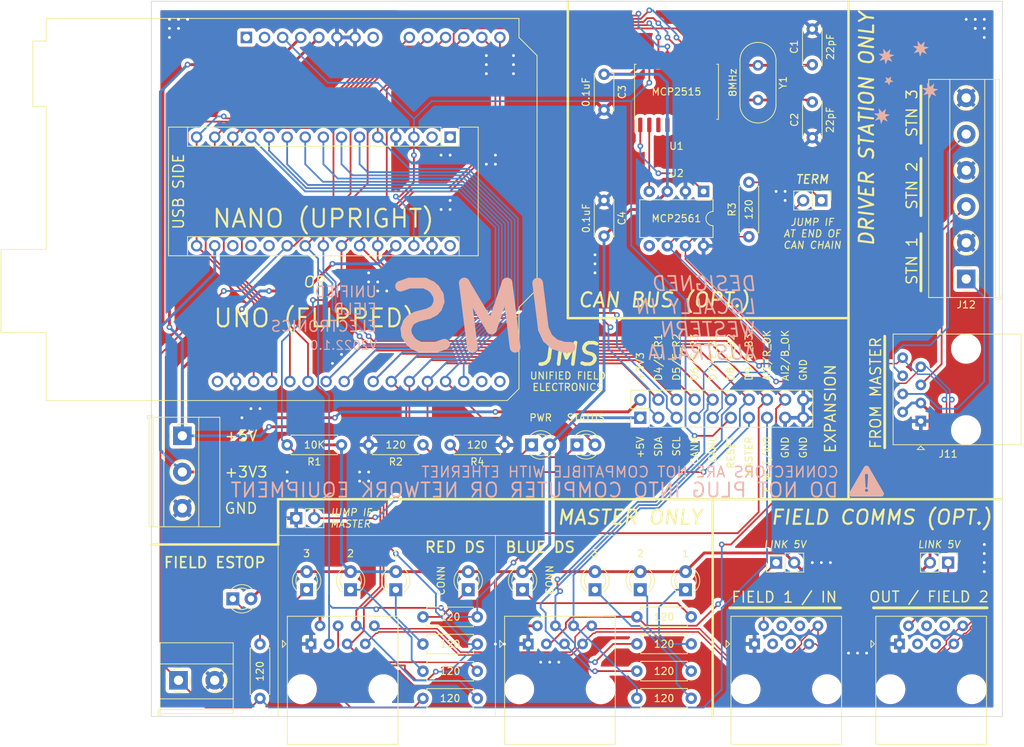
<source format=kicad_pcb>
(kicad_pcb (version 20211014) (generator pcbnew)
  (layers (0 "F.Cu" signal) (31 "B.Cu" signal) (34 "B.Paste" user) (35 "F.Paste" user) (36 "B.SilkS" user "B.Silkscreen") (37 "F.SilkS" user "F.Silkscreen") (38 "B.Mask" user) (39 "F.Mask" user) (44 "Edge.Cuts" user))
  (net 0 "")
  (net 3 "RESET")
  (net 4 "+3V3")
  (net 5 "+5V")
  (net 6 "GND")
  (net 8 "AI0")
  (net 9 "AI1")
  (net 10 "AI2")
  (net 11 "MASTER_SEL")
  (net 12 "I2C_SDA")
  (net 13 "I2C_SCL")
  (net 16 "/CAN/CAN_INT")
  (net 17 "/MCU_Arduino/LED1")
  (net 18 "DIO4")
  (net 19 "DIO5")
  (net 20 "DIO6")
  (net 21 "DIO7")
  (net 22 "DIO8")
  (net 23 "DIO9")
  (net 24 "/CAN/SPI_CS")
  (net 25 "/CAN/SPI_MOSI")
  (net 26 "/CAN/SPI_MISO")
  (net 27 "/CAN/SPI_SCK")
  (net 35 "Net-(C1-Pad2)")
  (net 36 "Net-(C2-Pad2)")
  (net 37 "Net-(D1-Pad1)")
  (net 38 "Net-(J3-Pad2)")
  (net 43 "Net-(J4-Pad2)")
  (net 48 "Net-(J5-Pad1)")
  (net 49 "/driver_station/ESTOP_1")
  (net 50 "/CAN/TX")
  (net 51 "/CAN/RX")
  (net 59 "/driver_station/ESTOP_3")
  (net 60 "/driver_station/ESTOP_2")
  (net 61 "Net-(D2-Pad1)")
  (net 62 "Net-(D3-Pad1)")
  (net 63 "Net-(D4-Pad1)")
  (net 64 "Net-(D5-Pad1)")
  (net 65 "Net-(D6-Pad1)")
  (net 66 "Net-(D7-Pad1)")
  (net 67 "Net-(D8-Pad1)")
  (net 68 "Net-(D9-Pad1)")
  (net 69 "Net-(D10-Pad1)")
  (net 70 "Net-(D11-Pad1)")
  (net 71 "CAN+")
  (net 72 "CAN-")
  (footprint "LED_THT:LED_D3.0mm" (layer "F.Cu") (at 80.01 140.97 90)
    (fp_text reference "D5" hide)
    (fp_text value "LED" hide)
  )
  (footprint "Connector_PinHeader_2.54mm:PinHeader_2x10_P2.54mm_Vertical" (layer "F.Cu") (at 120.655 116.845 90)
    (fp_text reference "J2" hide)
    (fp_text value "IO_BREAK" hide)
  )
  (footprint "Resistor_THT:R_Axial_DIN0207_L6.3mm_D2.5mm_P7.62mm_Horizontal" (layer "F.Cu") (at 127.7975 152.38 180)
    (fp_text reference "R11" hide)
    (fp_text value "120")
  )
  (footprint "Connector_PinHeader_2.54mm:PinHeader_1x02_P2.54mm_Vertical" (layer "F.Cu") (at 72.39 130.93 90)
    (fp_text reference "J1" hide)
    (fp_text value "MASTER_SEL" hide)
  )
  (footprint "Connector_RJ:RJ45_Amphenol_54602-x08_Horizontal" (layer "F.Cu") (at 160 117.3125 90)
    (fp_text reference "J11")
    (fp_text value "RJ45")
  )
  (footprint "Resistor_THT:R_Axial_DIN0207_L6.3mm_D2.5mm_P7.62mm_Horizontal" (layer "F.Cu") (at 93.98 120.65)
    (fp_text reference "R4")
    (fp_text value "120")
  )
  (footprint "LED_THT:LED_D3.0mm" (layer "F.Cu") (at 86.36 140.97 90)
    (fp_text reference "D4" hide)
    (fp_text value "LED" hide)
  )
  (footprint "LED_THT:LED_D3.0mm" (layer "F.Cu") (at 111.76 120.65)
    (fp_text reference "D1" hide)
    (fp_text value "LED" hide)
  )
  (footprint "Connector_PinHeader_2.54mm:PinHeader_1x02_P2.54mm_Vertical" (layer "F.Cu") (at 163.83 137.16 -90)
    (fp_text reference "J14" hide)
    (fp_text value "Conn_01x02" hide)
  )
  (footprint "Resistor_THT:R_Axial_DIN0207_L6.3mm_D2.5mm_P7.62mm_Horizontal" (layer "F.Cu") (at 90.17 120.65 180)
    (fp_text reference "R2")
    (fp_text value "120")
  )
  (footprint "Capacitor_THT:C_Disc_D5.0mm_W2.5mm_P5.00mm" (layer "F.Cu") (at 144.78 77.56 90)
    (fp_text reference "C2")
    (fp_text value "22pF")
  )
  (footprint "TerminalBlock_Phoenix:TerminalBlock_Phoenix_MKDS-1,5-3-5.08_1x03_P5.08mm_Horizontal" (layer "F.Cu") (at 56.417 119.375 -90)
    (fp_text reference "J13" hide)
    (fp_text value "Conn_01x03")
  )
  (footprint "Crystal:Crystal_HC49-U_Vertical" (layer "F.Cu") (at 137.16 67.4 -90)
    (fp_text reference "Y1")
    (fp_text value "8MHz")
  )
  (footprint "Resistor_THT:R_Axial_DIN0207_L6.3mm_D2.5mm_P7.62mm_Horizontal" (layer "F.Cu") (at 127.7975 148.57 180)
    (fp_text reference "R10" hide)
    (fp_text value "120")
  )
  (footprint "Resistor_THT:R_Axial_DIN0207_L6.3mm_D2.5mm_P7.62mm_Horizontal" (layer "F.Cu") (at 90.17 148.59)
    (fp_text reference "R6" hide)
    (fp_text value "120")
  )
  (footprint "Connector_PinHeader_2.54mm:PinHeader_1x02_P2.54mm_Vertical" (layer "F.Cu") (at 146.05 86.36 -90)
    (fp_text reference "J5" hide)
    (fp_text value "Conn_01x02" hide)
  )
  (footprint "LED_THT:LED_D3.0mm" (layer "F.Cu") (at 120.65 140.97 90)
    (fp_text reference "D9" hide)
    (fp_text value "LED" hide)
  )
  (footprint "Capacitor_THT:C_Disc_D5.0mm_W2.5mm_P5.00mm" (layer "F.Cu") (at 144.78 62.32 -90)
    (fp_text reference "C1")
    (fp_text value "22pF")
  )
  (footprint "LED_THT:LED_D3.0mm" (layer "F.Cu") (at 63.5 142.24)
    (fp_text reference "D11" hide)
    (fp_text value "LED" hide)
  )
  (footprint "Resistor_THT:R_Axial_DIN0207_L6.3mm_D2.5mm_P7.62mm_Horizontal" (layer "F.Cu") (at 135.89 91.44 90)
    (fp_text reference "R3")
    (fp_text value "120")
  )
  (footprint "Resistor_THT:R_Axial_DIN0207_L6.3mm_D2.5mm_P7.62mm_Horizontal" (layer "F.Cu") (at 90.17 152.4)
    (fp_text reference "R7" hide)
    (fp_text value "120")
  )
  (footprint "TerminalBlock_Phoenix:TerminalBlock_Phoenix_MKDS-1,5-2-5.08_1x02_P5.08mm_Horizontal" (layer "F.Cu") (at 55.875 153.67)
    (fp_text reference "J6" hide)
    (fp_text value "FIELD_ESTOP")
  )
  (footprint "Connector_RJ:RJ45_Amphenol_54602-x08_Horizontal" (layer "F.Cu") (at 157.0075 148.57)
    (fp_text reference "J4" hide)
    (fp_text value "RJ45")
  )
  (footprint "Resistor_THT:R_Axial_DIN0207_L6.3mm_D2.5mm_P7.62mm_Horizontal" (layer "F.Cu") (at 127.7975 156.19 180)
    (fp_text reference "R12" hide)
    (fp_text value "120")
  )
  (footprint "Resistor_THT:R_Axial_DIN0207_L6.3mm_D2.5mm_P7.62mm_Horizontal" (layer "F.Cu") (at 90.17 156.21)
    (fp_text reference "R8" hide)
    (fp_text value "120")
  )
  (footprint "Package_SO:SOIC-18W_7.5x11.6mm_P1.27mm" (layer "F.Cu") (at 125.73 71.12 90)
    (fp_text reference "U1")
    (fp_text value "MCP2515")
  )
  (footprint "Connector_RJ:RJ45_Amphenol_54602-x08_Horizontal" (layer "F.Cu") (at 104.9375 148.57)
    (fp_text reference "J10" hide)
    (fp_text value "RJ45")
  )
  (footprint "Connector_RJ:RJ45_Amphenol_54602-x08_Horizontal" (layer "F.Cu") (at 136.6875 148.57)
    (fp_text reference "J3" hide)
    (fp_text value "RJ45")
  )
  (footprint "LED_THT:LED_D3.0mm" (layer "F.Cu") (at 105.41 120.65)
    (fp_text reference "D2" hide)
    (fp_text value "LED" hide)
  )
  (footprint "Resistor_THT:R_Axial_DIN0207_L6.3mm_D2.5mm_P7.62mm_Horizontal" (layer "F.Cu") (at 67.31 148.59 -90)
    (fp_text reference "R13" hide)
    (fp_text value "120")
  )
  (footprint "Capacitor_THT:C_Disc_D5.0mm_W2.5mm_P5.00mm" (layer "F.Cu") (at 115.57 86.36 -90)
    (fp_text reference "C4")
    (fp_text value "0.1uF")
  )
  (footprint "LED_THT:LED_D3.0mm" (layer "F.Cu") (at 73.85 140.97 90)
    (fp_text reference "D6" hide)
    (fp_text value "LED" hide)
  )
  (footprint "Module:Arduino_UNO_R2" (layer "F.Cu") (at 65.405 63.5)
    (fp_text reference "A1" hide)
    (fp_text value "Arduino_UNO_R2" hide)
  )
  (footprint "LED_THT:LED_D3.0mm" (layer "F.Cu") (at 96.52 140.97 90)
    (fp_text reference "D3" hide)
    (fp_text value "LED" hide)
  )
  (footprint "LED_THT:LED_D3.0mm" (layer "F.Cu") (at 114.3 140.97 90)
    (fp_text reference "D10" hide)
    (fp_text value "LED" hide)
  )
  (footprint "Module:Arduino_Nano" (layer "F.Cu") (at 93.98 77.48 -90)
    (fp_text reference "A2" hide)
    (fp_text value "Arduino_Nano_v3.x" hide)
  )
  (footprint "Connector_PinHeader_2.54mm:PinHeader_1x02_P2.54mm_Vertical" (layer "F.Cu") (at 139.7 137.16 90)
    (fp_text reference "J15" hide)
    (fp_text value "Conn_01x02" hide)
  )
  (footprint "Resistor_THT:R_Axial_DIN0207_L6.3mm_D2.5mm_P7.62mm_Horizontal" (layer "F.Cu") (at 90.17 144.78)
    (fp_text reference "R5" hide)
    (fp_text value "120")
  )
  (footprint "Resistor_THT:R_Axial_DIN0207_L6.3mm_D2.5mm_P7.62mm_Horizontal" (layer "F.Cu") (at 78.74 120.65 180)
    (fp_text reference "R1")
    (fp_text value "10K")
  )
  (footprint "LED_THT:LED_D3.0mm" (layer "F.Cu") (at 104.14 140.97 90)
    (fp_text reference "D7" hide)
    (fp_text value "LED" hide)
  )
  (footprint "Resistor_THT:R_Axial_DIN0207_L6.3mm_D2.5mm_P7.62mm_Horizontal" (layer "F.Cu") (at 127.7975 144.76 180)
    (fp_text reference "R9" hide)
    (fp_text value "120")
  )
  (footprint "Package_DIP:DIP-8_W7.62mm" (layer "F.Cu") (at 129.53 85.1 -90)
    (fp_text reference "U2")
    (fp_text value "MCP2561")
  )
  (footprint "LED_THT:LED_D3.0mm" (layer "F.Cu") (at 127 140.97 90)
    (fp_text reference "D8" hide)
    (fp_text value "LED" hide)
  )
  (footprint "Capacitor_THT:C_Disc_D5.0mm_W2.5mm_P5.00mm" (layer "F.Cu") (at 115.57 73.66 90)
    (fp_text reference "C3")
    (fp_text value "0.1uF")
  )
  (footprint "TerminalBlock_Phoenix:TerminalBlock_Phoenix_MKDS-1,5-6-5.08_1x06_P5.08mm_Horizontal" (layer "F.Cu") (at 166.37 97.38 90)
    (fp_text reference "J12")
    (fp_text value "DS_ESTOP")
  )
  (footprint "Connector_RJ:RJ45_Amphenol_54602-x08_Horizontal" (layer "F.Cu") (at 74.4575 148.57)
    (fp_text reference "J9" hide)
    (fp_text value "RJ45")
  )
  (footprint "LOGO" (layer "B.Cu") (at 148.59 100.33 180)
    (fp_text reference "G***" hide)
    (fp_text value "LOGO" hide)
  )
  (footprint "LOGO" (layer "B.Cu") (at 157.48 69.85 150)
    (fp_text reference "G***" hide)
    (fp_text value "LOGO" hide)
  )
  (footprint "LOGO" (layer "B.Cu") (at 146.858753 102.616896 180)
    (fp_text reference "G***" hide)
    (fp_text value "LOGO" hide)
  )
  (footprint "LOGO" (layer "B.Cu") (at 152.4 125.73 180)
    (fp_text reference "G***" hide)
    (fp_text value "LOGO" hide)
  )
  (gr_line (start 100.33 133.35) (end 100.33 158.75) (layer "F.SilkS") (width 0.1))
  (gr_line (start 149.86 58.42) (end 149.86 128.27) (layer "F.SilkS") (width 0.35))
  (gr_line (start 100.33 133.35) (end 130.81 133.35) (layer "F.SilkS") (width 0.1))
  (gr_line (start 69.85 134.62) (end 69.85 128.27) (layer "F.SilkS") (width 0.35))
  (gr_line (start 154.94 121.05) (end 154.94 105.41) (layer "F.SilkS") (width 0.4))
  (gr_line (start 52.07 134.62) (end 69.85 134.62) (layer "F.SilkS") (width 0.35))
  (gr_line (start 69.85 133.35) (end 100.33 133.35) (layer "F.SilkS") (width 0.1))
  (gr_line (start 110.49 102.87) (end 149.86 102.87) (layer "F.SilkS") (width 0.35))
  (gr_line (start 160.02 99.05) (end 160.02 91.03) (layer "F.SilkS") (width 0.4))
  (gr_line (start 130.81 128.27) (end 69.85 128.27) (layer "F.SilkS") (width 0.35))
  (gr_line (start 130.81 128.27) (end 171.45 128.27) (layer "F.SilkS") (width 0.35))
  (gr_line (start 69.85 134.62) (end 69.85 158.75) (layer "F.SilkS") (width 0.1))
  (gr_line (start 160.02 78.33) (end 160.02 70.31) (layer "F.SilkS") (width 0.4))
  (gr_line (start 133.2 143.51) (end 148.74 143.51) (layer "F.SilkS") (width 0.4))
  (gr_line (start 153.37 143.51) (end 169.31 143.51) (layer "F.SilkS") (width 0.4))
  (gr_line (start 160.02 88.49) (end 160.02 80.47) (layer "F.SilkS") (width 0.4))
  (gr_line (start 110.49 58.42) (end 110.49 102.87) (layer "F.SilkS") (width 0.35))
  (gr_line (start 130.81 128.27) (end 130.81 158.75) (layer "F.SilkS") (width 0.35))
  (gr_rect (start 52.07 158.75) (end 171.45 58.42) (layer "Edge.Cuts") (width 0.1) (fill none))
  (gr_text "DESIGNED\nLOCALLY IN\nWESTERN \nAUSTRALIA" (at 137.16 102.87) (layer "B.SilkS") (effects (font (size 2 2) (thickness 0.25) italic) (justify left mirror)))
  (gr_text "CONNECTORS ARE NOT COMPATIBLE WITH ETHERNET\n" (at 148.59 124.46) (layer "B.SilkS") (effects (font (size 1.5 1.5) (thickness 0.2)) (justify left mirror)))
  (gr_text "DO NOT PLUG INTO COMPUTER OR NETWORK EQUIPMENT" (at 148.59 127) (layer "B.SilkS") (effects (font (size 2 2) (thickness 0.25)) (justify left mirror)))
  (gr_text "UNIFIED\nFIELD\nELECTRONICS" (at 83.82 101.6) (layer "B.SilkS") (effects (font (size 1.5 1.5) (thickness 0.2)) (justify left mirror)))
  (gr_text "V2022.1.0" (at 83.82 106.68) (layer "B.SilkS") (effects (font (size 1.25 1.25)) (justify left mirror)))
  (gr_text "JMS" (at 113.03 102.87) (layer "B.SilkS") (effects (font (size 9 9) (thickness 1.5) italic) (justify left mirror)))
  (gr_text "EXPANSION" (at 147.32 115.57 90) (layer "F.SilkS") (effects (font (size 1.5 1.5) (thickness 0.2))))
  (gr_text "2" (at 80.01 135.89) (layer "F.SilkS") (effects (font (size 1 1))))
  (gr_text "JUMP IF\nMASTER" (at 80.01 130.93) (layer "F.SilkS") (effects (font (size 1 1) (thickness 0.15) italic)))
  (gr_text "JMS" (at 110.49 107.95) (layer "F.SilkS") (effects (font (size 3 3) (thickness 0.5) italic)))
  (gr_text "UNO (FLIPPED)" (at 74.93 102.87) (layer "F.SilkS") (effects (font (size 2.5 2.5) (thickness 0.3))))
  (gr_text "GND" (at 140.97 119.38 90) (layer "F.SilkS") (effects (font (size 1 1)) (justify right)))
  (gr_text "CONN" (at 92.71 139.7 90) (layer "F.SilkS") (effects (font (size 1 1))))
  (gr_text "DRIVER STATION ONLY" (at 152.4 59.69 90) (layer "F.SilkS") (effects (font (size 2 2) (thickness 0.3) italic) (justify right)))
  (gr_text "GND" (at 62.23 129.545) (layer "F.SilkS") (effects (font (size 1.5 1.5) (thickness 0.2)) (justify left)))
  (gr_text "STN 1" (at 158.75 94.84 90) (layer "F.SilkS") (effects (font (size 1.5 1.5) (thickness 0.2))))
  (gr_text "E_MST/AI0" (at 138.43 119.38 90) (layer "F.SilkS") (effects (font (size 1 1)) (justify right)))
  (gr_text "+5V" (at 120.655 119.38 90) (layer "F.SilkS") (effects (font (size 1 1)) (justify right)))
  (gr_text "JUMP IF\nAT END OF\nCAN CHAIN" (at 144.78 91.02) (layer "F.SilkS") (effects (font (size 1 1) (thickness 0.15) italic)))
  (gr_text "2" (at 120.65 135.89) (layer "F.SilkS") (effects (font (size 1 1))))
  (gr_text "STATUS" (at 113.03 116.84) (layer "F.SilkS") (effects (font (size 1 1))))
  (gr_text "RESET" (at 133.35 119.38 90) (layer "F.SilkS") (effects (font (size 1 1)) (justify right)))
  (gr_text "D7/E_B1" (at 130.81 111.76 90) (layer "F.SilkS") (effects (font (size 1 1)) (justify left)))
  (gr_text "PWR" (at 106.68 116.84) (layer "F.SilkS") (effects (font (size 1 1))))
  (gr_text "OR" (at 74.93 97.79) (layer "F.SilkS") (effects (font (size 1.5 1.5) (thickness 0.2) italic)))
  (gr_text "D4/E_R1" (at 123.19 111.76 90) (layer "F.SilkS") (effects (font (size 1 1)) (justify left)))
  (gr_text "SCL" (at 125.73 119.38 90) (layer "F.SilkS") (effects (font (size 1 1)) (justify right)))
  (gr_text "+5V" (at 62.23 119.385) (layer "F.SilkS") (effects (font (size 1.5 1.5) (thickness 0.2)) (justify left)))
  (gr_text "RED DS" (at 99.06 135) (layer "F.SilkS") (effects (font (size 1.5 1.5) (thickness 0.25)) (justify right)))
  (gr_text "OUT / FIELD 2" (at 169.675839 141.970348) (layer "F.SilkS") (effects (font (size 1.5 1.5) (thickness 0.2)) (justify right)))
  (gr_text "1" (at 127 135.89) (layer "F.SilkS") (effects (font (size 1 1))))
  (gr_text "LINK 5V" (at 162.56 134.62) (layer "F.SilkS") (effects (font (size 1 1) (thickness 0.15) italic)))
  (gr_text "FROM MASTER" (at 153.67 105.41 90) (layer "F.SilkS") (effects (font (size 1.5 1.5) (thickness 0.2)) (justify right)))
  (gr_text "GND" (at 143.51 111.76 90) (layer "F.SilkS") (effects (font (size 1 1)) (justify left)))
  (gr_text "D6/E_R3" (at 128.27 111.76 90) (layer "F.SilkS") (effects (font (size 1 1)) (justify left)))
  (gr_text "MASTER" (at 135.89 119.38 90) (layer "F.SilkS") (effects (font (size 1 1)) (justify right)))
  (gr_text "NANO (UPRIGHT)" (at 76.2 88.9) (layer "F.SilkS") (effects (font (size 2.5 2.5) (thickness 0.3))))
  (gr_text "STN 2" (at 158.75 84.28 90) (layer "F.SilkS") (effects (font (size 1.5 1.5) (thickness 0.2))))
  (gr_text "FIELD ESTOP" (at 60.96 137.16) (layer "F.SilkS") (effects (font (size 1.5 1.5) (thickness 0.25))))
  (gr_text "CONN" (at 107.95 139.603513 90) (layer "F.SilkS") (effects (font (size 1 1))))
  (gr_text "LINK 5V" (at 140.97 134.62) (layer "F.SilkS") (effects (font (size 1 1) (thickness 0.15) italic)))
  (gr_text "CANH" (at 128.27 119.38 90) (layer "F.SilkS") (effects (font (size 1 1)) (justify right)))
  (gr_text "+3V3" (at 62.23 124.46) (layer "F.SilkS") (effects (font (size 1.5 1.5) (thickness 0.2)) (justify left)))
  (gr_text "UNIFIED FIELD\nELECTRONICS" (at 110.49 111.76) (layer "F.SilkS") (effects (font (size 1 1))))
  (gr_text "CANL" (at 130.81 119.38 90) (layer "F.SilkS") (effects (font (size 1 1)) (justify right)))
  (gr_text "USB SIDE" (at 55.88 85.1 90) (layer "F.SilkS") (effects (font (size 1.5 1.5) (thickness 0.2))))
  (gr_text "3" (at 73.85 135.89) (layer "F.SilkS") (effects (font (size 1 1))))
  (gr_text "AI2/B_OK" (at 140.97 111.76 90) (layer "F.SilkS") (effects (font (size 1 1)) (justify left)))
  (gr_text "D9/E_B3" (at 135.89 111.76 90) (layer "F.SilkS") (effects (font (size 1 1)) (justify left)))
  (gr_text "D8/E_B2" (at 133.35 111.76 90) (layer "F.SilkS") (effects (font (size 1 1)) (justify left)))
  (gr_text "GND" (at 143.51 119.38 90) (layer "F.SilkS") (effects (font (size 1 1)) (justify right)))
  (gr_text "STN 3" (at 158.75 74.12 90) (layer "F.SilkS") (effects (font (size 1.5 1.5) (thickness 0.2))))
  (gr_text "TERM" (at 144.78 83.4) (layer "F.SilkS") (effects (font (size 1.2 1.2) (thickness 0.2) italic)))
  (gr_text "3" (at 114.3 135.89) (layer "F.SilkS") (effects (font (size 1 1))))
  (gr_text "FIELD COMMS (OPT.)" (at 170.18 130.81) (layer "F.SilkS") (effects (font (size 2 2) (thickness 0.3) italic) (justify right)))
  (gr_text "1" (at 86.36 135.89) (layer "F.SilkS") (effects (font (size 1 1))))
  (gr_text "+3V3" (at 120.65 111.76 90) (layer "F.SilkS") (effects (font (size 1 1)) (justify left)))
  (gr_text "CAN BUS (OPT.)" (at 111.76 100.33) (layer "F.SilkS") (effects (font (size 2 2) (thickness 0.3) italic) (justify left)))
  (gr_text "AI1/R_OK" (at 138.43 111.76 90) (layer "F.SilkS") (effects (font (size 1 1)) (justify left)))
  (gr_text "D5/E_R2" (at 125.73 111.76 90) (layer "F.SilkS") (effects (font (size 1 1)) (justify left)))
  (gr_text "BLUE DS" (at 101.6 135) (layer "F.SilkS") (effects (font (size 1.5 1.5) (thickness 0.25)) (justify left)))
  (gr_text "SDA" (at 123.19 119.38 90) (layer "F.SilkS") (effects (font (size 1 1)) (justify right)))
  (gr_text "MASTER ONLY" (at 129.54 130.81) (layer "F.SilkS") (effects (font (size 2 2) (thickness 0.3) italic) (justify right)))
  (gr_text "FIELD 1 / IN" (at 133.33065 142.00887) (layer "F.SilkS") (effects (font (size 1.5 1.5) (thickness 0.2)) (justify left)))
  (segment (start 86.902708 85.8145) (end 86.36 85.8145) (width 0.25) (layer "F.Cu") (net 3))
  (segment (start 133.355 116.845) (end 130.82 119.38) (width 0.25) (layer "F.Cu") (net 3))
  (segment (start 88.9 83.817208) (end 86.902708 85.8145) (width 0.25) (layer "F.Cu") (net 3))
  (segment (start 130.82 119.38) (end 128.27 119.38) (width 0.25) (layer "F.Cu") (net 3))
  (segment (start 121.92 69.85) (end 121.92 66.47) (width 0.25) (layer "F.Cu") (net 3))
  (segment (start 88.9 80.01) (end 88.9 83.817208) (width 0.25) (layer "F.Cu") (net 3))
  (via (at 121.92 69.85) (size 0.8) (drill 0.4) (layers "F.Cu" "B.Cu") (net 3))
  (via (at 86.36 85.8145) (size 0.8) (drill 0.4) (layers "F.Cu" "B.Cu") (net 3))
  (via (at 128.27 119.38) (size 0.8) (drill 0.4) (layers "F.Cu" "B.Cu") (net 3))
  (via (at 88.9 80.01) (size 0.8) (drill 0.4) (layers "F.Cu" "B.Cu") (net 3))
  (segment (start 88.9 74.93) (end 91.395 72.435) (width 0.25) (layer "B.Cu") (net 3))
  (segment (start 88.9 77.48) (end 88.9 74.93) (width 0.25) (layer "B.Cu") (net 3))
  (segment (start 128.27 119.38) (end 127 118.11) (width 0.25) (layer "B.Cu") (net 3))
  (segment (start 88.9 92.72) (end 88.9 88.3545) (width 0.25) (layer "B.Cu") (net 3))
  (segment (start 127 100.33) (end 119.38 92.71) (width 0.25) (layer "B.Cu") (net 3))
  (segment (start 118.2 72.39) (end 118.155 72.435) (width 0.25) (layer "B.Cu") (net 3))
  (segment (start 88.9 88.3545) (end 86.36 85.8145) (width 0.25) (layer "B.Cu") (net 3))
  (segment (start 83.82 69.85) (end 76.835 69.85) (width 0.25) (layer "B.Cu") (net 3))
  (segment (start 91.395 72.435) (end 118.155 72.435) (width 0.25) (layer "B.Cu") (net 3))
  (segment (start 76.835 69.85) (end 70.485 63.5) (width 0.25) (layer "B.Cu") (net 3))
  (segment (start 127 118.11) (end 127 100.33) (width 0.25) (layer "B.Cu") (net 3))
  (segment (start 88.9 74.93) (end 83.82 69.85) (width 0.25) (layer "B.Cu") (net 3))
  (segment (start 88.9 80.01) (end 88.9 77.48) (width 0.25) (layer "B.Cu") (net 3))
  (segment (start 119.335 72.435) (end 121.92 69.85) (width 0.25) (layer "B.Cu") (net 3))
  (segment (start 119.38 92.71) (end 119.38 72.39) (width 0.25) (layer "B.Cu") (net 3))
  (segment (start 118.155 72.435) (end 119.335 72.435) (width 0.25) (layer "B.Cu") (net 3))
  (segment (start 119.38 72.39) (end 118.2 72.39) (width 0.25) (layer "B.Cu") (net 3))
  (segment (start 69.215 67.31) (end 73.025 63.5) (width 0.4) (layer "F.Cu") (net 4))
  (segment (start 59.69 124.46) (end 59.685 124.455) (width 0.4) (layer "F.Cu") (net 4))
  (segment (start 59.685 124.455) (end 56.417 124.455) (width 0.4) (layer "F.Cu") (net 4))
  (segment (start 120.655 114.305) (end 118.9445 116.0155) (width 0.4) (layer "F.Cu") (net 4))
  (segment (start 118.9445 116.0155) (end 100.33 116.0155) (width 0.4) (layer "F.Cu") (net 4))
  (segment (start 77.822 116.84) (end 67.31 116.84) (width 0.4) (layer "F.Cu") (net 4))
  (segment (start 67.31 116.84) (end 59.69 124.46) (width 0.4) (layer "F.Cu") (net 4))
  (segment (start 57.15 67.31) (end 69.215 67.31) (width 0.4) (layer "F.Cu") (net 4))
  (via (at 57.15 67.31) (size 0.8) (drill 0.4) (layers "F.Cu" "B.Cu") (net 4))
  (via (at 100.33 116.0155) (size 0.8) (drill 0.4) (layers "F.Cu" "B.Cu") (net 4))
  (via (at 77.822 116.84) (size 0.8) (drill 0.4) (layers "F.Cu" "B.Cu") (net 4))
  (segment (start 53.34 104.14) (end 53.34 71.12) (width 0.4) (layer "B.Cu") (net 4))
  (segment (start 53.34 104.14) (end 60.96 96.52) (width 0.4) (layer "B.Cu") (net 4))
  (segment (start 53.34 71.12) (end 57.15 67.31) (width 0.4) (layer "B.Cu") (net 4))
  (segment (start 53.34 121.378) (end 53.34 104.14) (width 0.4) (layer "B.Cu") (net 4))
  (segment (start 78.6465 116.0155) (end 77.822 116.84) (width 0.4) (layer "B.Cu") (net 4))
  (segment (start 56.417 124.455) (end 53.34 121.378) (width 0.4) (layer "B.Cu") (net 4))
  (segment (start 60.96 96.52) (end 60.96 92.72) (width 0.4) (layer "B.Cu") (net 4))
  (segment (start 100.33 116.0155) (end 78.6465 116.0155) (width 0.4) (layer "B.Cu") (net 4))
  (segment (start 104.16 146.03) (end 106.2075 146.03) (width 0.4) (layer "F.Cu") (net 5))
  (segment (start 124.45 85.1) (end 121.92 87.63) (width 0.4) (layer "F.Cu") (net 5))
  (segment (start 104.14 138.43) (end 114.3 138.43) (width 0.4) (layer "F.Cu") (net 5))
  (segment (start 120.65 67.31) (end 119.3 68.66) (width 0.4) (layer "F.Cu") (net 5))
  (segment (start 100.33 142.24) (end 104.14 146.05) (width 0.4) (layer "F.Cu") (net 5))
  (segment (start 129.62 135.81) (end 127 138.43) (width 0.4) (layer "F.Cu") (net 5))
  (segment (start 75.7275 138.9025) (end 76.2 138.43) (width 0.4) (layer "F.Cu") (net 5))
  (segment (start 54.611043 104.141043) (end 54.611043 71.118957) (width 0.4) (layer "F.Cu") (net 5))
  (segment (start 74.93 120.65) (end 73.66 119.38) (width 0.4) (layer "F.Cu") (net 5))
  (segment (start 73.85 138.43) (end 76.2 138.43) (width 0.4) (layer "F.Cu") (net 5))
  (segment (start 104.14 146.05) (end 104.16 146.03) (width 0.4) (layer "F.Cu") (net 5))
  (segment (start 142.24 137.16) (end 143.59 138.51) (width 0.4) (layer "F.Cu") (net 5))
  (segment (start 78.74 120.65) (end 74.93 120.65) (width 0.4) (layer "F.Cu") (net 5))
  (segment (start 161.29 116.0625) (end 160 114.7725) (width 0.4) (layer "F.Cu") (net 5))
  (segment (start 96.52 138.43) (end 100.33 138.43) (width 0.4) (layer "F.Cu") (net 5))
  (segment (start 54.611043 71.118957) (end 57.15 68.58) (width 0.4) (layer "F.Cu") (net 5))
  (segment (start 120.65 66.47) (end 120.65 67.31) (width 0.4) (layer "F.Cu") (net 5))
  (segment (start 76.2 138.43) (end 80.01 138.43) (width 0.4) (layer "F.Cu") (net 5))
  (segment (start 119.3 87.63) (end 115.57 91.36) (width 0.4) (layer "F.Cu") (net 5))
  (segment (start 57.15 68.58) (end 70.485 68.58) (width 0.4) (layer "F.Cu") (net 5))
  (segment (start 73.66 99.06) (end 77.47 95.25) (width 0.4) (layer "F.Cu") (net 5))
  (segment (start 56.417 119.375) (end 56.417 109.953) (width 0.4) (layer "F.Cu") (net 5))
  (segment (start 159.94 138.51) (end 161.29 137.16) (width 0.4) (layer "F.Cu") (net 5))
  (segment (start 161.29 137.16) (end 161.29 116.0625) (width 0.4) (layer "F.Cu") (net 5))
  (segment (start 69.85 138.43) (end 73.85 138.43) (width 0.4) (layer "F.Cu") (net 5))
  (segment (start 75.7275 146.03) (end 75.7275 138.9025) (width 0.4) (layer "F.Cu") (net 5))
  (segment (start 72.39 118.11) (end 68.58 118.11) (width 0.4) (layer "F.Cu") (net 5))
  (segment (start 142.24 137.16) (end 140.89 135.81) (width 0.4) (layer "F.Cu") (net 5))
  (segment (start 101.6 138.43) (end 100.33 139.7) (width 0.4) (layer "F.Cu") (net 5))
  (segment (start 114.3 138.43) (end 120.65 138.43) (width 0.4) (layer "F.Cu") (net 5))
  (segment (start 73.66 119.38) (end 72.39 118.11) (width 0.4) (layer "F.Cu") (net 5))
  (segment (start 119.3 68.66) (end 115.57 68.66) (width 0.4) (layer "F.Cu") (net 5))
  (segment (start 120.65 138.43) (end 127 138.43) (width 0.4) (layer "F.Cu") (net 5))
  (segment (start 100.33 138.43) (end 101.6 138.43) (width 0.4) (layer "F.Cu") (net 5))
  (segment (start 143.59 138.51) (end 159.94 138.51) (width 0.4) (layer "F.Cu") (net 5))
  (segment (start 70.485 68.58) (end 75.565 63.5) (width 0.4) (layer "F.Cu") (net 5))
  (segment (start 86.36 138.43) (end 96.52 138.43) (width 0.4) (layer "F.Cu") (net 5))
  (segment (start 56.417 109.953) (end 64.77 101.6) (width 0.4) (layer "F.Cu") (net 5))
  (segment (start 101.6 138.43) (end 104.14 138.43) (width 0.4) (layer "F.Cu") (net 5))
  (segment (start 121.92 87.63) (end 119.3 87.63) (width 0.4) (layer "F.Cu") (net 5))
  (segment (start 66.04 142.24) (end 69.85 138.43) (width 0.4) (layer "F.Cu") (net 5))
  (segment (start 68.58 99.06) (end 73.66 99.06) (width 0.4) (layer "F.Cu") (net 5))
  (segment (start 100.33 139.7) (end 100.33 142.24) (width 0.4) (layer "F.Cu") (net 5))
  (segment (start 140.89 135.81) (end 129.62 135.81) (width 0.4) (layer "F.Cu") (net 5))
  (via (at 54.611043 104.141043) (size 0.8) (drill 0.4) (layers "F.Cu" "B.Cu") (net 5))
  (via (at 64.77 101.6) (size 0.8) (drill 0.4) (layers "F.Cu" "B.Cu") (net 5))
  (via (at 77.47 95.25) (size 0.8) (drill 0.4) (layers "F.Cu" "B.Cu") (net 5))
  (via (at 68.58 99.06) (size 0.8) (drill 0.4) (layers "F.Cu" "B.Cu") (net 5))
  (via (at 68.58 118.11) (size 0.8) (drill 0.4) (layers "F.Cu" "B.Cu") (net 5))
  (segment (start 77.47 95.25) (end 83.83 95.25) (width 0.4) (layer "B.Cu") (net 5))
  (segment (start 107.95 134.62) (end 104.14 138.43) (width 0.4) (layer "B.Cu") (net 5))
  (segment (start 64.77 101.6) (end 67.31 99.06) (width 0.4) (layer "B.Cu") (net 5))
  (segment (start 68.58 118.11) (end 67.315 119.375) (width 0.4) (layer "B.Cu") (net 5))
  (segment (start 111.755 116.845) (end 115.57 113.03) (width 0.4) (layer "B.Cu") (net 5))
  (segment (start 111.755 116.845) (end 107.95 120.65) (width 0.4) (layer "B.Cu") (net 5))
  (segment (start 115.57 68.66) (end 123.25 68.66) (width 0.4) (layer "B.Cu") (net 5))
  (segment (start 83.83 95.25) (end 86.36 92.72) (width 0.4) (layer "B.Cu") (net 5))
  (segment (start 115.57 113.03) (end 115.57 91.36) (width 0.4) (layer "B.Cu") (net 5))
  (segment (start 56.417 119.375) (end 56.417 105.947) (width 0.4) (layer "B.Cu") (net 5))
  (segment (start 56.417 105.947) (end 54.611043 104.141043) (width 0.4) (layer "B.Cu") (net 5))
  (segment (start 78.74 137.16) (end 80.01 138.43) (width 0.4) (layer "B.Cu") (net 5))
  (segment (start 160 114.7725) (end 158.73 114.7725) (width 0.4) (layer "B.Cu") (net 5))
  (segment (start 158.73 114.7725) (end 157.46 116.0425) (width 0.4) (layer "B.Cu") (net 5))
  (segment (start 67.315 119.375) (end 56.417 119.375) (width 0.4) (layer "B.Cu") (net 5))
  (segment (start 124.45 85.1) (end 124.45 69.86) (width 0.4) (layer "B.Cu") (net 5))
  (segment (start 67.31 99.06) (end 68.58 99.06) (width 0.4) (layer "B.Cu") (net 5))
  (segment (start 78.74 120.65) (end 78.74 137.16) (width 0.4) (layer "B.Cu") (net 5))
  (segment (start 86.36 138.43) (end 80.01 138.43) (width 0.4) (layer "B.Cu") (net 5))
  (segment (start 123.25 68.66) (end 124.45 69.86) (width 0.4) (layer "B.Cu") (net 5))
  (segment (start 120.655 116.845) (end 111.755 116.845) (width 0.4) (layer "B.Cu") (net 5))
  (segment (start 107.95 120.65) (end 107.95 134.62) (width 0.4) (layer "B.Cu") (net 5))
  (via (at 101.6 148.59) (size 0.8) (drill 0.4) (layers "F.Cu" "B.Cu") (net 6))
  (via (at 100.33 81.28) (size 0.8) (drill 0.4) (layers "F.Cu" "B.Cu") (net 6))
  (via (at 168.91 134.62) (size 0.8) (drill 0.4) (layers "F.Cu" "B.Cu") (net 6))
  (via (at 83.82 97.79) (size 0.8) (drill 0.4) (layers "F.Cu" "B.Cu") (net 6))
  (via (at 151.13 149.86) (size 0.8) (drill 0.4) (layers "F.Cu" "B.Cu") (net 6))
  (via (at 54.61 62.23) (size 0.8) (drill 0.4) (layers "F.Cu" "B.Cu") (net 6))
  (via (at 83.82 99.06) (size 0.8) (drill 0.4) (layers "F.Cu" "B.Cu") (net 6))
  (via (at 102.87 66.04) (size 0.8) (drill 0.4) (layers "F.Cu" "B.Cu") (net 6))
  (via (at 71.12 125.73) (size 0.8) (drill 0.4) (layers "F.Cu" "B.Cu") (net 6))
  (via (at 168.91 62.23) (size 0.8) (drill 0.4) (layers "F.Cu" "B.Cu") (net 6))
  (via (at 106.68 151.13) (size 0.8) (drill 0.4) (layers "F.Cu" "B.Cu") (net 6))
  (via (at 140.97 85.09) (size 0.8) (drill 0.4) (layers "F.Cu" "B.Cu") (net 6))
  (via (at 168.91 137.16) (size 0.8) (drill 0.4) (layers "F.Cu" "B.Cu") (net 6))
  (via (at 114.3 93.98) (size 0.8) (drill 0.4) (layers "F.Cu" "B.Cu") (net 6))
  (via (at 152.4 149.86) (size 0.8) (drill 0.4) (layers "F.Cu" "B.Cu") (net 6))
  (via (at 102.87 68.58) (size 0.8) (drill 0.4) (layers "F.Cu" "B.Cu") (net 6))
  (via (at 85.09 99.06) (size 0.8) (drill 0.4) (layers "F.Cu" "B.Cu") (net 6))
  (via (at 71.12 124.46) (size 0.8) (drill 0.4) (layers "F.Cu" "B.Cu") (net 6))
  (via (at 92.71 80.01) (size 0.8) (drill 0.4) (layers "F.Cu" "B.Cu") (net 6))
  (via (at 166.37 60.96) (size 0.8) (drill 0.4) (layers "F.Cu" "B.Cu") (net 6))
  (via (at 93.98 80.01) (size 0.8) (drill 0.4) (layers "F.Cu" "B.Cu") (net 6))
  (via (at 100.33 148.59) (size 0.8) (drill 0.4) (layers "F.Cu" "B.Cu") (net 6))
  (via (at 114.3 95.25) (size 0.8) (drill 0.4) (layers "F.Cu" "B.Cu") (net 6))
  (via (at 99.06 66.04) (size 0.8) (drill 0.4) (layers "F.Cu" "B.Cu") (net 6))
  (via (at 168.91 138.43) (size 0.8) (drill 0.4) (layers "F.Cu" "B.Cu") (net 6))
  (via (at 99.06 81.28) (size 0.8) (drill 0.4) (layers "F.Cu" "B.Cu") (net 6))
  (via (at 67.31 115.57) (size 0.8) (drill 0.4) (layers "F.Cu" "B.Cu") (net 6))
  (via (at 149.86 149.86) (size 0.8) (drill 0.4) (layers "F.Cu" "B.Cu") (net 6))
  (via (at 147.32 137.16) (size 0.8) (drill 0.4) (layers "F.Cu" "B.Cu") (net 6))
  (via (at 114.3 96.52) (size 0.8) (drill 0.4) (layers "F.Cu" "B.Cu") (net 6))
  (via (at 139.7 85.09) (size 0.8) (drill 0.4) (layers "F.Cu" "B.Cu") (net 6))
  (via (at 168.91 60.96) (size 0.8) (drill 0.4) (layers "F.Cu" "B.Cu") (net 6))
  (via (at 82.55 125.73) (size 0.8) (drill 0.4) (layers "F.Cu" "B.Cu") (net 6))
  (via (at 168.91 135.89) (size 0.8) (drill 0.4) (layers "F.Cu" "B.Cu") (net 6))
  (via (at 140.97 86.36) (size 0.8) (drill 0.4) (layers "F.Cu" "B.Cu") (net 6))
  (via (at 167.64 62.23) (size 0.8) (drill 0.4) (layers "F.Cu" "B.Cu") (net 6))
  (via (at 78.74 107.95) (size 0.8) (drill 0.4) (layers "F.Cu" "B.Cu") (net 6))
  (via (at 82.55 96.52) (size 0.8) (drill 0.4) (layers "F.Cu" "B.Cu") (net 6))
  (via (at 92.71 87.63) (size 0.8) (drill 0.4) (layers "F.Cu" "B.Cu") (net 6))
  (via (at 81.28 124.46) (size 0.8) (drill 0.4) (layers "F.Cu" "B.Cu") (net 6))
  (via (at 64.77 116.84) (size 0.8) (drill 0.4) (layers "F.Cu" "B.Cu") (net 6))
  (via (at 168.91 63.5) (size 0.8) (drill 0.4) (layers "F.Cu" "B.Cu") (net 6))
  (via (at 93.98 87.63) (size 0.8) (drill 0.4) (layers "F.Cu" "B.Cu") (net 6))
  (via (at 167.64 60.96) (size 0.8) (drill 0.4) (layers "F.Cu" "B.Cu") (net 6))
  (via (at 54.61 63.5) (size 0.8) (drill 0.4) (layers "F.Cu" "B.Cu") (net 6))
  (via (at 109.22 151.13) (size 0.8) (drill 0.4) (layers "F.Cu" "B.Cu") (net 6))
  (via (at 102.87 67.31) (size 0.8) (drill 0.4) (layers "F.Cu" "B.Cu") (net 6))
  (via (at 66.04 115.57) (size 0.8) (drill 0.4) (layers "F.Cu" "B.Cu") (net 6))
  (via (at 57.15 60.96) (size 0.8) (drill 0.4) (layers "F.Cu" "B.Cu") (net 6))
  (via (at 55.88 60.96) (size 0.8) (drill 0.4) (layers "F.Cu" "B.Cu") (net 6))
  (via (at 54.61 60.96) (size 0.8) (drill 0.4) (layers "F.Cu" "B.Cu") (net 6))
  (via (at 99.06 68.58) (size 0.8) (drill 0.4) (layers "F.Cu" "B.Cu") (net 6))
  (via (at 99.06 67.31) (size 0.8) (drill 0.4) (layers "F.Cu" "B.Cu") (net 6))
  (via (at 144.78 137.16) (size 0.8) (drill 0.4) (layers "F.Cu" "B.Cu") (net 6))
  (via (at 82.55 97.79) (size 0.8) (drill 0.4) (layers "F.Cu" "B.Cu") (net 6))
  (via (at 100.33 80.01) (size 0.8) (drill 0.4) (layers "F.Cu" "B.Cu") (net 6))
  (via (at 146.05 137.16) (size 0.8) (drill 0.4) (layers "F.Cu" "B.Cu") (net 6))
  (via (at 93.98 86.36) (size 0.8) (drill 0.4) (layers "F.Cu" "B.Cu") (net 6))
  (via (at 82.55 124.46) (size 0.8) (drill 0.4) (layers "F.Cu" "B.Cu") (net 6))
  (via (at 81.28 125.73) (size 0.8) (drill 0.4) (layers "F.Cu" "B.Cu") (net 6))
  (via (at 77.47 109.22) (size 0.8) (drill 0.4) (layers "F.Cu" "B.Cu") (net 6))
  (via (at 55.88 62.23) (size 0.8) (drill 0.4) (layers "F.Cu" "B.Cu") (net 6))
  (via (at 107.95 151.13) (size 0.8) (drill 0.4) (layers "F.Cu" "B.Cu") (net 6))
  (segment (start 72.069009 92.72) (end 71.12 92.72) (width 0.25) (layer "F.Cu") (net 8))
  (segment (start 53.34 107.95) (end 62.23 99.06) (width 0.25) (layer "F.Cu") (net 8))
  (segment (start 77.615 74.15) (end 77.615 87.174009) (width 0.25) (layer "F.Cu") (net 8))
  (segment (start 53.34 151.135) (end 53.34 116.84) (width 0.25) (layer "F.Cu") (net 8))
  (segment (start 66.04 157.48) (end 59.685 157.48) (width 0.25) (layer "F.Cu") (net 8))
  (segment (start 77.615 87.174009) (end 72.069009 92.72) (width 0.25) (layer "F.Cu") (net 8))
  (segment (start 59.685 157.48) (end 55.875 153.67) (width 0.25) (layer "F.Cu") (net 8))
  (segment (start 67.31 156.21) (end 66.04 157.48) (width 0.25) (layer "F.Cu") (net 8))
  (segment (start 88.265 63.5) (end 77.615 74.15) (width 0.25) (layer "F.Cu") (net 8))
  (segment (start 55.875 153.67) (end 53.34 151.135) (width 0.25) (layer "F.Cu") (net 8))
  (segment (start 53.34 116.84) (end 53.34 107.95) (width 0.25) (layer "F.Cu") (net 8))
  (via (at 62.23 99.06) (size 0.8) (drill 0.4) (layers "F.Cu" "B.Cu") (net 8))
  (segment (start 138.435 116.845) (end 138.435 137.155) (width 0.25) (layer "B.Cu") (net 8))
  (segment (start 132.08 143.51) (end 132.08 154.94) (width 0.25) (layer "B.Cu") (net 8))
  (segment (start 138.435 137.155) (end 132.08 143.51) (width 0.25) (layer "B.Cu") (net 8))
  (segment (start 64.78 99.06) (end 71.12 92.72) (width 0.25) (layer "B.Cu") (net 8))
  (segment (start 62.23 99.06) (end 64.78 99.06) (width 0.25) (layer "B.Cu") (net 8))
  (segment (start 68.58 157.48) (end 67.31 156.21) (width 0.25) (layer "B.Cu") (net 8))
  (segment (start 132.08 154.94) (end 129.54 157.48) (width 0.25) (layer "B.Cu") (net 8))
  (segment (start 129.54 157.48) (end 68.58 157.48) (width 0.25) (layer "B.Cu") (net 8))
  (segment (start 80.010698 72.390698) (end 80.010698 85.414707) (width 0.25) (layer "F.Cu") (net 9))
  (segment (start 92.71 143.51) (end 83.82 143.51) (width 0.25) (layer "F.Cu") (net 9))
  (segment (start 137.26 130.073604) (end 134.301802 133.031802) (width 0.25) (layer "F.Cu") (net 9))
  (segment (start 137.26 115.48) (end 137.26 130.073604) (width 0.25) (layer "F.Cu") (net 9))
  (segment (start 80.010698 85.414707) (end 75.092702 90.332703) (width 0.25) (layer "F.Cu") (net 9))
  (segment (start 130.65 106.52) (end 138.435 114.305) (width 0.25) (layer "F.Cu") (net 9))
  (segment (start 138.435 114.305) (end 137.26 115.48) (width 0.25) (layer "F.Cu") (net 9))
  (segment (start 134.301802 133.031802) (end 106.998198 133.031802) (width 0.25) (layer "F.Cu") (net 9))
  (segment (start 106.998198 133.031802) (end 102.87 137.16) (width 0.25) (layer "F.Cu") (net 9))
  (segment (start 75.092702 91.287298) (end 73.66 92.72) (width 0.25) (layer "F.Cu") (net 9))
  (segment (start 75.092702 90.332703) (end 75.092702 91.287298) (width 0.25) (layer "F.Cu") (net 9))
  (segment (start 89.535 64.77) (end 87.631396 64.77) (width 0.25) (layer "F.Cu") (net 9))
  (segment (start 82.39 106.52) (end 130.65 106.52) (width 0.25) (layer "F.Cu") (net 9))
  (segment (start 81.28 105.41) (end 82.39 106.52) (width 0.25) (layer "F.Cu") (net 9))
  (segment (start 90.805 63.5) (end 89.535 64.77) (width 0.25) (layer "F.Cu") (net 9))
  (segment (start 83.82 143.51) (end 83.624503 143.705497) (width 0.25) (layer "F.Cu") (net 9))
  (segment (start 87.631396 64.77) (end 80.010698 72.390698) (width 0.25) (layer "F.Cu") (net 9))
  (via (at 92.71 143.51) (size 0.8) (drill 0.4) (layers "F.Cu" "B.Cu") (net 9))
  (via (at 83.624503 143.705497) (size 0.8) (drill 0.4) (layers "F.Cu" "B.Cu") (net 9))
  (via (at 102.87 137.16) (size 0.8) (drill 0.4) (layers "F.Cu" "B.Cu") (net 9))
  (via (at 81.28 105.41) (size 0.8) (drill 0.4) (layers "F.Cu" "B.Cu") (net 9))
  (segment (start 76.9975 113.763491) (end 75.46 112.225991) (width 0.25) (layer "B.Cu") (net 9))
  (segment (start 97.79 142.24) (end 97.79 144.78) (width 0.25) (layer "B.Cu") (net 9))
  (segment (start 77.47 98) (end 75.46 95.99) (width 0.25) (layer "B.Cu") (net 9))
  (segment (start 75.46 95.99) (end 75.46 94.52) (width 0.25) (layer "B.Cu") (net 9))
  (segment (start 76.9975 143.0375) (end 76.9975 141.7675) (width 0.25) (layer "B.Cu") (net 9))
  (segment (start 76.9975 141.7675) (end 76.9975 113.763491) (width 0.25) (layer "B.Cu") (net 9))
  (segment (start 77.47 143.51) (end 76.9975 143.0375) (width 0.25) (layer "B.Cu") (net 9))
  (segment (start 81.28 105.41) (end 77.47 101.6) (width 0.25) (layer "B.Cu") (net 9))
  (segment (start 83.624503 143.705497) (end 83.429006 143.51) (width 0.25) (layer "B.Cu") (net 9))
  (segment (start 93.98 144.78) (end 97.79 144.78) (width 0.25) (layer "B.Cu") (net 9))
  (segment (start 92.71 143.51) (end 93.98 144.78) (width 0.25) (layer "B.Cu") (net 9))
  (segment (start 76.9975 148.57) (end 76.9975 141.7675) (width 0.25) (layer "B.Cu") (net 9))
  (segment (start 77.47 101.6) (end 77.47 98) (width 0.25) (layer "B.Cu") (net 9))
  (segment (start 75.46 112.225991) (end 75.46 95.99) (width 0.25) (layer "B.Cu") (net 9))
  (segment (start 75.46 94.52) (end 73.66 92.72) (width 0.25) (layer "B.Cu") (net 9))
  (segment (start 102.87 137.16) (end 97.79 142.24) (width 0.25) (layer "B.Cu") (net 9))
  (segment (start 83.429006 143.51) (end 77.47 143.51) (width 0.25) (layer "B.Cu") (net 9))
  (segment (start 107.97 148.57) (end 110.2125 146.3275) (width 0.25) (layer "F.Cu") (net 10))
  (segment (start 128.550401 146.014999) (end 121.432499 146.014999) (width 0.25) (layer "F.Cu") (net 10))
  (segment (start 139.7 128.27) (end 135.89 132.08) (width 0.25) (layer "F.Cu") (net 10))
  (segment (start 76.2 90.17) (end 76.2 92.72) (width 0.25) (layer "F.Cu") (net 10))
  (segment (start 113.03 144.78) (end 113.05 144.76) (width 0.25) (layer "F.Cu") (net 10))
  (segment (start 93.345 63.5) (end 91.625 65.22) (width 0.25) (layer "F.Cu") (net 10))
  (segment (start 110.2125 145.58472) (end 111.01722 144.78) (width 0.25) (layer "F.Cu") (net 10))
  (segment (start 115.59 144.76) (end 115.57 144.78) (width 0.25) (layer "F.Cu") (net 10))
  (segment (start 83.21 106.07) (end 132.74 106.07) (width 0.25) (layer "F.Cu") (net 10))
  (segment (start 113.05 144.76) (end 120.1775 144.76) (width 0.25) (layer "F.Cu") (net 10))
  (segment (start 82.55 105.41) (end 83.21 106.07) (width 0.25) (layer "F.Cu") (net 10))
  (segment (start 132.74 106.07) (end 140.975 114.305) (width 0.25) (layer "F.Cu") (net 10))
  (segment (start 135.89 132.08) (end 133.35 134.62) (width 0.25) (layer "F.Cu") (net 10))
  (segment (start 107.4775 148.57) (end 107.97 148.57) (width 0.25) (layer "F.Cu") (net 10))
  (segment (start 110.2125 146.3275) (end 110.2125 145.58472) (width 0.25) (layer "F.Cu") (net 10))
  (segment (start 120.1775 144.76) (end 115.59 144.76) (width 0.25) (layer "F.Cu") (net 10))
  (segment (start 121.432499 146.014999) (end 120.1775 144.76) (width 0.25) (layer "F.Cu") (net 10))
  (segment (start 140.975 114.305) (end 139.7 115.58) (width 0.25) (layer "F.Cu") (net 10))
  (segment (start 139.7 115.58) (end 139.7 120.65) (width 0.25) (layer "F.Cu") (net 10))
  (segment (start 82.405 70.632792) (end 82.405 83.965) (width 0.25) (layer "F.Cu") (net 10))
  (segment (start 133.35 134.62) (end 132.08 134.62) (width 0.25) (layer "F.Cu") (net 10))
  (segment (start 139.7 120.65) (end 139.7 128.27) (width 0.25) (layer "F.Cu") (net 10))
  (segment (start 87.817792 65.22) (end 82.405 70.632792) (width 0.25) (layer "F.Cu") (net 10))
  (segment (start 111.01722 144.78) (end 113.03 144.78) (width 0.25) (layer "F.Cu") (net 10))
  (segment (start 91.625 65.22) (end 87.817792 65.22) (width 0.25) (layer "F.Cu") (net 10))
  (segment (start 82.405 83.965) (end 76.2 90.17) (width 0.25) (layer "F.Cu") (net 10))
  (segment (start 131.5677 142.9977) (end 128.550401 146.014999) (width 0.25) (layer "F.Cu") (net 10))
  (via (at 82.55 105.41) (size 0.8) (drill 0.4) (layers "F.Cu" "B.Cu") (net 10))
  (via (at 132.08 134.62) (size 0.8) (drill 0.4) (layers "F.Cu" "B.Cu") (net 10))
  (via (at 131.5677 142.9977) (size 0.8) (drill 0.4) (layers "F.Cu" "B.Cu") (net 10))
  (segment (start 132.08 134.62) (end 132.08 142.4854) (width 0.25) (layer "B.Cu") (net 10))
  (segment (start 82.55 105.41) (end 77.92 100.78) (width 0.25) (layer "B.Cu") (net 10))
  (segment (start 76.2 96.093604) (end 76.2 92.72) (width 0.25) (layer "B.Cu") (net 10))
  (segment (start 77.92 97.813604) (end 76.2 96.093604) (width 0.25) (layer "B.Cu") (net 10))
  (segment (start 77.92 100.78) (end 77.92 97.813604) (width 0.25) (layer "B.Cu") (net 10))
  (segment (start 132.08 142.4854) (end 131.5677 142.9977) (width 0.25) (layer "B.Cu") (net 10))
  (segment (start 85.09 70.75) (end 85.09 86.37) (width 0.25) (layer "F.Cu") (net 11))
  (segment (start 74.93 130.93) (end 74.93 124.46) (width 0.25) (layer "F.Cu") (net 11))
  (segment (start 78.74 97.79) (end 78.74 92.72) (width 0.25) (layer "F.Cu") (net 11))
  (segment (start 88.53 67.31) (end 85.09 70.75) (width 0.25) (layer "F.Cu") (net 11))
  (segment (start 92.075 67.31) (end 88.53 67.31) (width 0.25) (layer "F.Cu") (net 11))
  (segment (start 74.93 124.46) (end 71.12 120.65) (width 0.25) (layer "F.Cu") (net 11))
  (segment (start 90.17 124.46) (end 86.36 128.27) (width 0.25) (layer "F.Cu") (net 11))
  (segment (start 83.3455 130.93) (end 74.93 130.93) (width 0.25) (layer "F.Cu") (net 11))
  (segment (start 95.885 63.5) (end 92.075 67.31) (width 0.25) (layer "F.Cu") (net 11))
  (segment (start 74.7355 100.33) (end 76.2 100.33) (width 0.25) (layer "F.Cu") (net 11))
  (segment (start 129.54 124.46) (end 90.17 124.46) (width 0.25) (layer "F.Cu") (net 11))
  (segment (start 83.4655 130.81) (end 83.3455 130.93) (width 0.25) (layer "F.Cu") (net 11))
  (segment (start 85.09 86.37) (end 78.74 92.72) (width 0.25) (layer "F.Cu") (net 11))
  (segment (start 76.2 100.33) (end 78.74 97.79) (width 0.25) (layer "F.Cu") (net 11))
  (via (at 74.7355 100.33) (size 0.8) (drill 0.4) (layers "F.Cu" "B.Cu") (net 11))
  (via (at 83.4655 130.81) (size 0.8) (drill 0.4) (layers "F.Cu" "B.Cu") (net 11))
  (via (at 86.36 128.27) (size 0.8) (drill 0.4) (layers "F.Cu" "B.Cu") (net 11))
  (via (at 129.54 124.46) (size 0.8) (drill 0.4) (layers "F.Cu" "B.Cu") (net 11))
  (segment (start 70.38 106.15) (end 70.38 119.91) (width 0.25) (layer "B.Cu") (net 11))
  (segment (start 74.7355 101.7945) (end 70.38 106.15) (width 0.25) (layer "B.Cu") (net 11))
  (segment (start 74.7355 100.33) (end 74.7355 101.7945) (width 0.25) (layer "B.Cu") (net 11))
  (segment (start 135.895 116.845) (end 135.895 118.105) (width 0.25) (layer "B.Cu") (net 11))
  (segment (start 70.38 119.91) (end 71.12 120.65) (width 0.25) (layer "B.Cu") (net 11))
  (segment (start 135.895 118.105) (end 129.54 124.46) (width 0.25) (layer "B.Cu") (net 11))
  (segment (start 86.36 128.27) (end 83.82 130.81) (width 0.25) (layer "B.Cu") (net 11))
  (segment (start 83.82 130.81) (end 83.4655 130.81) (width 0.25) (layer "B.Cu") (net 11))
  (segment (start 88.713604 84.64) (end 81.28 92.073604) (width 0.25) (layer "F.Cu") (net 12))
  (segment (start 115.1995 102.87) (end 91.43 102.87) (width 0.25) (layer "F.Cu") (net 12))
  (segment (start 91.43 102.87) (end 81.28 92.72) (width 0.25) (layer "F.Cu") (net 12))
  (segment (start 100.33 78.103604) (end 93.793604 84.64) (width 0.25) (layer "F.Cu") (net 12))
  (segment (start 81.28 92.073604) (end 81.28 92.72) (width 0.25) (layer "F.Cu") (net 12))
  (segment (start 98.425 63.5) (end 100.33 65.405) (width 0.25) (layer "F.Cu") (net 12))
  (segment (start 100.33 65.405) (end 100.33 78.103604) (width 0.25) (layer "F.Cu") (net 12))
  (segment (start 93.793604 84.64) (end 88.713604 84.64) (width 0.25) (layer "F.Cu") (net 12))
  (segment (start 116.4695 104.14) (end 115.1995 102.87) (width 0.25) (layer "F.Cu") (net 12))
  (via (at 116.4695 104.14) (size 0.8) (drill 0.4) (layers "F.Cu" "B.Cu") (net 12))
  (segment (start 121.986433 112.963567) (end 121.986433 115.636433) (width 0.25) (layer "B.Cu") (net 12))
  (segment (start 121.986433 115.636433) (end 123.195 116.845) (width 0.25) (layer "B.Cu") (net 12))
  (segment (start 116.195 107.172134) (end 121.986433 112.963567) (width 0.25) (layer "B.Cu") (net 12))
  (segment (start 116.4695 104.14) (end 116.195 104.4145) (width 0.25) (layer "B.Cu") (net 12))
  (segment (start 116.195 104.4145) (end 116.195 107.172134) (width 0.25) (layer "B.Cu") (net 12))
  (segment (start 99.06 102.42) (end 114.3 102.42) (width 0.25) (layer "F.Cu") (net 13))
  (segment (start 88.9 85.09) (end 83.82 90.17) (width 0.25) (layer "F.Cu") (net 13))
  (segment (start 93.98 85.09) (end 88.9 85.09) (width 0.25) (layer "F.Cu") (net 13))
  (segment (start 114.575 102.145) (end 117.073877 102.145) (width 0.25) (layer "F.Cu") (net 13))
  (segment (start 117.073877 102.145) (end 117.374378 102.445501) (width 0.25) (layer "F.Cu") (net 13))
  (segment (start 83.82 94.623604) (end 90.483198 101.286802) (width 0.25) (layer "F.Cu") (net 13))
  (segment (start 100.965 78.105) (end 93.98 85.09) (width 0.25) (layer "F.Cu") (net 13))
  (segment (start 114.3 102.42) (end 114.575 102.145) (width 0.25) (layer "F.Cu") (net 13))
  (segment (start 91.616396 102.42) (end 99.06 102.42) (width 0.25) (layer "F.Cu") (net 13))
  (segment (start 90.483198 101.286802) (end 91.616396 102.42) (width 0.25) (layer "F.Cu") (net 13))
  (segment (start 83.82 90.17) (end 83.82 92.72) (width 0.25) (layer "F.Cu") (net 13))
  (segment (start 83.82 92.72) (end 83.82 94.623604) (width 0.25) (layer "F.Cu") (net 13))
  (segment (start 100.965 63.5) (end 100.965 78.105) (width 0.25) (layer "F.Cu") (net 13))
  (via (at 117.374378 102.445501) (size 0.8) (drill 0.4) (layers "F.Cu" "B.Cu") (net 13))
  (segment (start 124.37 115.48) (end 124.37 113.818299) (width 0.25) (layer "B.Cu") (net 13))
  (segment (start 117.374378 106.822677) (end 117.374378 102.445501) (width 0.25) (layer "B.Cu") (net 13))
  (segment (start 125.735 116.845) (end 124.37 115.48) (width 0.25) (layer "B.Cu") (net 13))
  (segment (start 124.37 113.818299) (end 117.374378 106.822677) (width 0.25) (layer "B.Cu") (net 13))
  (segment (start 125.73 62.23) (end 128.27 64.77) (width 0.25) (layer "F.Cu") (net 16))
  (segment (start 128.27 64.77) (end 128.27 66.47) (width 0.25) (layer "F.Cu") (net 16))
  (segment (start 95.25 62.23) (end 125.73 62.23) (width 0.25) (layer "F.Cu") (net 16))
  (segment (start 89.163604 66.04) (end 92.708604 66.04) (width 0.25) (layer "F.Cu") (net 16))
  (segment (start 92.708604 66.04) (end 94.47 64.278604) (width 0.25) (layer "F.Cu") (net 16))
  (segment (start 94.47 63.01) (end 95.25 62.23) (width 0.25) (layer "F.Cu") (net 16))
  (segment (start 83.82 71.383604) (end 89.163604 66.04) (width 0.25) (layer "F.Cu") (net 16))
  (segment (start 94.47 64.278604) (end 94.47 63.01) (width 0.25) (layer "F.Cu") (net 16))
  (segment (start 83.82 77.48) (end 83.82 71.383604) (width 0.25) (layer "F.Cu") (net 16))
  (segment (start 95.885 111.76) (end 95.885 109.229772) (width 0.25) (layer "B.Cu") (net 16))
  (segment (start 103.48 88.865228) (end 96.554772 81.94) (width 0.25) (layer "B.Cu") (net 16))
  (segment (start 103.48 101.634772) (end 103.48 88.865228) (width 0.25) (layer "B.Cu") (net 16))
  (segment (start 88.28 81.94) (end 83.82 77.48) (width 0.25) (layer "B.Cu") (net 16))
  (segment (start 96.554772 81.94) (end 88.28 81.94) (width 0.25) (layer "B.Cu") (net 16))
  (segment (start 95.885 109.229772) (end 103.48 101.634772) (width 0.25) (layer "B.Cu") (net 16))
  (segment (start 110.49 116.84) (end 98.425 116.84) (width 0.25) (layer "F.Cu") (net 17))
  (segment (start 114.3 120.65) (end 110.49 116.84) (width 0.25) (layer "F.Cu") (net 17))
  (segment (start 98.425 116.84) (end 93.345 111.76) (width 0.25) (layer "F.Cu") (net 17))
  (segment (start 81.28 77.48) (end 81.28 81.28) (width 0.25) (layer "B.Cu") (net 17))
  (segment (start 93.345 111.133376) (end 93.345 111.76) (width 0.25) (layer "B.Cu") (net 17))
  (segment (start 81.28 81.28) (end 82.39 82.39) (width 0.25) (layer "B.Cu") (net 17))
  (segment (start 103.03 89.051624) (end 103.03 101.448376) (width 0.25) (layer "B.Cu") (net 17))
  (segment (start 103.03 101.448376) (end 93.345 111.133376) (width 0.25) (layer "B.Cu") (net 17))
  (segment (start 96.368376 82.39) (end 103.03 89.051624) (width 0.25) (layer "B.Cu") (net 17))
  (segment (start 82.39 82.39) (end 96.368376 82.39) (width 0.25) (layer "B.Cu") (net 17))
  (segment (start 87.63 151.58) (end 80.46 151.58) (width 0.25) (layer "F.Cu") (net 18))
  (segment (start 91.971477 152.455678) (end 90.757155 153.67) (width 0.25) (layer "F.Cu") (net 18))
  (segment (start 78.2675 149.3875) (end 78.2675 146.03) (width 0.25) (layer "F.Cu") (net 18))
  (segment (start 85.09 133.35) (end 85.09 134.62) (width 0.25) (layer "F.Cu") (net 18))
  (segment (start 90.805 111.76) (end 90.805 117.475) (width 0.25) (layer "F.Cu") (net 18))
  (segment (start 89.191398 153.67) (end 87.63 152.108602) (width 0.25) (layer "F.Cu") (net 18))
  (segment (start 118.11 109.22) (end 93.345 109.22) (width 0.25) (layer "F.Cu") (net 18))
  (segment (start 85.09 123.19) (end 85.09 133.35) (width 0.25) (layer "F.Cu") (net 18))
  (segment (start 93.345 109.22) (end 90.805 111.76) (width 0.25) (layer "F.Cu") (net 18))
  (segment (start 123.195 114.305) (end 118.11 109.22) (width 0.25) (layer "F.Cu") (net 18))
  (segment (start 90.805 117.475) (end 85.09 123.19) (width 0.25) (layer "F.Cu") (net 18))
  (segment (start 90.757155 153.67) (end 89.191398 153.67) (width 0.25) (layer "F.Cu") (net 18))
  (segment (start 87.63 152.108602) (end 87.63 151.58) (width 0.25) (layer "F.Cu") (net 18))
  (segment (start 80.46 151.58) (end 78.2675 149.3875) (width 0.25) (layer "F.Cu") (net 18))
  (segment (start 85.09 134.62) (end 86.36 135.89) (width 0.25) (layer "F.Cu") (net 18))
  (via (at 91.971477 152.455678) (size 0.8) (drill 0.4) (layers "F.Cu" "B.Cu") (net 18))
  (via (at 86.36 135.89) (size 0.8) (drill 0.4) (layers "F.Cu" "B.Cu") (net 18))
  (segment (start 93.635 108.93) (end 90.805 111.76) (width 0.25) (layer "B.Cu") (net 18))
  (segment (start 91.985 141.515) (end 91.985 144.055) (width 0.25) (layer "B.Cu") (net 18))
  (segment (start 91.985 144.055) (end 96.52 148.59) (width 0.25) (layer "B.Cu") (net 18))
  (segment (start 78.74 77.48) (end 78.74 81.28) (width 0.25) (layer "B.Cu") (net 18))
  (segment (start 80.3 82.84) (end 96.18198 82.84) (width 0.25) (layer "B.Cu") (net 18))
  (segment (start 96.52 148.59) (end 97.79 148.59) (width 0.25) (layer "B.Cu") (net 18))
  (segment (start 102.58 101.26198) (end 94.91198 108.93) (width 0.25) (layer "B.Cu") (net 18))
  (segment (start 96.18198 82.84) (end 102.58 89.23802) (width 0.25) (layer "B.Cu") (net 18))
  (segment (start 86.36 135.89) (end 91.985 141.515) (width 0.25) (layer "B.Cu") (net 18))
  (segment (start 78.74 81.28) (end 80.3 82.84) (width 0.25) (layer "B.Cu") (net 18))
  (segment (start 93.924322 152.455678) (end 97.79 148.59) (width 0.25) (layer "B.Cu") (net 18))
  (segment (start 94.91198 108.93) (end 93.635 108.93) (width 0.25) (layer "B.Cu") (net 18))
  (segment (start 102.58 89.23802) (end 102.58 101.26198) (width 0.25) (layer "B.Cu") (net 18))
  (segment (start 91.971477 152.455678) (end 93.924322 152.455678) (width 0.25) (layer "B.Cu") (net 18))
  (segment (start 91.255 108.77) (end 88.265 111.76) (width 0.25) (layer "F.Cu") (net 19))
  (segment (start 80.03 148.57) (end 79.5375 148.57) (width 0.25) (layer "F.Cu") (net 19))
  (segment (start 120.2 108.77) (end 91.255 108.77) (width 0.25) (layer "F.Cu") (net 19))
  (segment (start 84.64 123.003604) (end 84.64 140.6955) (width 0.25) (layer "F.Cu") (net 19))
  (segment (start 125.735 114.305) (end 120.2 108.77) (width 0.25) (layer "F.Cu") (net 19))
  (segment (start 88.265 111.76) (end 88.265 119.378604) (width 0.25) (layer "F.Cu") (net 19))
  (segment (start 88.265 119.378604) (end 84.64 123.003604) (width 0.25) (layer "F.Cu") (net 19))
  (segment (start 81.8825 146.7175) (end 80.03 148.57) (width 0.25) (layer "F.Cu") (net 19))
  (segment (start 81.8825 143.453) (end 81.8825 146.7175) (width 0.25) (layer "F.Cu") (net 19))
  (segment (start 97.79 152.4) (end 96.52 151.13) (width 0.25) (layer "F.Cu") (net 19))
  (segment (start 84.64 140.6955) (end 81.8825 143.453) (width 0.25) (layer "F.Cu") (net 19))
  (segment (start 96.52 151.13) (end 82.0975 151.13) (width 0.25) (layer "F.Cu") (net 19))
  (segment (start 82.0975 151.13) (end 79.5375 148.57) (width 0.25) (layer "F.Cu") (net 19))
  (segment (start 102.13 89.424416) (end 95.995584 83.29) (width 0.25) (layer "B.Cu") (net 19))
  (segment (start 95.995584 83.29) (end 78.21 83.29) (width 0.25) (layer "B.Cu") (net 19))
  (segment (start 91.545 108.48) (end 94.725584 108.48) (width 0.25) (layer "B.Cu") (net 19))
  (segment (start 76.2 81.28) (end 76.2 77.48) (width 0.25) (layer "B.Cu") (net 19))
  (segment (start 78.21 83.29) (end 76.2 81.28) (width 0.25) (layer "B.Cu") (net 19))
  (segment (start 88.265 111.76) (end 91.545 108.48) (width 0.25) (layer "B.Cu") (net 19))
  (segment (start 102.13 101.075584) (end 102.13 89.424416) (width 0.25) (layer "B.Cu") (net 19))
  (segment (start 94.725584 108.48) (end 102.13 101.075584) (width 0.25) (layer "B.Cu") (net 19))
  (segment (start 85.725 111.76) (end 87.815 113.85) (width 0.25) (layer "F.Cu") (net 20))
  (segment (start 87.815 113.85) (end 87.815 119.192208) (width 0.25) (layer "F.Cu") (net 20))
  (segment (start 87.815 119.192208) (end 84.19 122.817208) (width 0.25) (layer "F.Cu") (net 20))
  (segment (start 84.19 122.817208) (end 84.19 140.509104) (width 0.25) (layer "F.Cu") (net 20))
  (segment (start 89.165 108.32) (end 85.725 111.76) (width 0.25) (layer "F.Cu") (net 20))
  (segment (start 122.29 108.32) (end 89.165 108.32) (width 0.25) (layer "F.Cu") (net 20))
  (segment (start 80.8075 143.891604) (end 80.8075 146.03) (width 0.25) (layer "F.Cu") (net 20))
  (segment (start 128.275 114.305) (end 122.29 108.32) (width 0.25) (layer "F.Cu") (net 20))
  (segment (start 84.19 140.509104) (end 80.8075 143.891604) (width 0.25) (layer "F.Cu") (net 20))
  (segment (start 81.26 146.03) (end 80.8075 146.03) (width 0.25) (layer "B.Cu") (net 20))
  (segment (start 95.809188 83.74) (end 101.68 89.610812) (width 0.25) (layer "B.Cu") (net 20))
  (segment (start 101.68 100.889188) (end 94.539188 108.03) (width 0.25) (layer "B.Cu") (net 20))
  (segment (start 73.66 77.48) (end 73.66 81.28) (width 0.25) (layer "B.Cu") (net 20))
  (segment (start 76.12 83.74) (end 95.809188 83.74) (width 0.25) (layer "B.Cu") (net 20))
  (segment (start 101.68 89.610812) (end 101.68 100.889188) (width 0.25) (layer "B.Cu") (net 20))
  (segment (start 94.539188 108.03) (end 89.455 108.03) (width 0.25) (layer "B.Cu") (net 20))
  (segment (start 95.25 153.67) (end 88.9 153.67) (width 0.25) (layer "B.Cu") (net 20))
  (segment (start 89.455 108.03) (end 85.725 111.76) (width 0.25) (layer "B.Cu") (net 20))
  (segment (start 88.9 153.67) (end 81.26 146.03) (width 0.25) (layer "B.Cu") (net 20))
  (segment (start 73.66 81.28) (end 76.12 83.74) (width 0.25) (layer "B.Cu") (net 20))
  (segment (start 97.79 156.21) (end 95.25 153.67) (width 0.25) (layer "B.Cu") (net 20))
  (segment (start 109.028781 139.508781) (end 109.028781 140.778781) (width 0.25) (layer "F.Cu") (net 21))
  (segment (start 116.86 148.57) (end 120.1775 148.57) (width 0.25) (layer "F.Cu") (net 21))
  (segment (start 109.028781 140.778781) (end 109.41838 141.16838) (width 0.25) (layer "F.Cu") (net 21))
  (segment (start 130.815 114.305) (end 124.38 107.87) (width 0.25) (layer "F.Cu") (net 21))
  (segment (start 124.38 107.87) (end 87.075 107.87) (width 0.25) (layer "F.Cu") (net 21))
  (segment (start 114.3 151.13) (end 116.86 148.57) (width 0.25) (layer "F.Cu") (net 21))
  (segment (start 87.075 107.87) (end 83.185 111.76) (width 0.25) (layer "F.Cu") (net 21))
  (via (at 114.3 151.13) (size 0.8) (drill 0.4) (layers "F.Cu" "B.Cu") (net 21))
  (via (at 109.028781 139.508781) (size 0.8) (drill 0.4) (layers "F.Cu" "B.Cu") (net 21))
  (via (at 109.41838 141.16838) (size 0.8) (drill 0.4) (layers "F.Cu" "B.Cu") (net 21))
  (segment (start 108.7475 146.03) (end 108.99778 146.03) (width 0.25) (layer "B.Cu") (net 21))
  (segment (start 129.64 121.817208) (end 122.817208 128.64) (width 0.25) (layer "B.Cu") (net 21))
  (segment (start 130.815 114.305) (end 130.103379 115.016621) (width 0.25) (layer "B.Cu") (net 21))
  (segment (start 109.416983 139.508781) (end 109.028781 139.508781) (width 0.25) (layer "B.Cu") (net 21))
  (segment (start 109.41838 141.16838) (end 108.7475 141.83926) (width 0.25) (layer "B.Cu") (net 21))
  (segment (start 83.185 111.76) (end 87.365 107.58) (width 0.25) (layer "B.Cu") (net 21))
  (segment (start 111.4825 149.01528) (end 113.59722 151.13) (width 0.25) (layer "B.Cu") (net 21))
  (segment (start 108.99778 146.03) (end 111.4825 148.51472) (width 0.25) (layer "B.Cu") (net 21))
  (segment (start 74.022792 84.19) (end 71.12 81.287208) (width 0.25) (layer "B.Cu") (net 21))
  (segment (start 101.23 100.702792) (end 101.23 89.797208) (width 0.25) (layer "B.Cu") (net 21))
  (segment (start 71.12 81.287208) (end 71.12 77.48) (width 0.25) (layer "B.Cu") (net 21))
  (segment (start 122.817208 128.64) (end 120.285764 128.64) (width 0.25) (layer "B.Cu") (net 21))
  (segment (start 130.103379 115.016621) (end 130.103379 115.715671) (width 0.25) (layer "B.Cu") (net 21))
  (segment (start 101.23 89.797208) (end 95.622792 84.19) (width 0.25) (layer "B.Cu") (net 21))
  (segment (start 111.4825 148.51472) (end 111.4825 149.01528) (width 0.25) (layer "B.Cu") (net 21))
  (segment (start 87.365 107.58) (end 94.352792 107.58) (width 0.25) (layer "B.Cu") (net 21))
  (segment (start 113.59722 151.13) (end 114.3 151.13) (width 0.25) (layer "B.Cu") (net 21))
  (segment (start 129.64 116.17905) (end 129.64 121.817208) (width 0.25) (layer "B.Cu") (net 21))
  (segment (start 94.352792 107.58) (end 101.23 100.702792) (width 0.25) (layer "B.Cu") (net 21))
  (segment (start 120.285764 128.64) (end 109.416983 139.508781) (width 0.25) (layer "B.Cu") (net 21))
  (segment (start 130.103379 115.715671) (end 129.64 116.17905) (width 0.25) (layer "B.Cu") (net 21))
  (segment (start 95.622792 84.19) (end 74.022792 84.19) (width 0.25) (layer "B.Cu") (net 21))
  (segment (start 108.7475 141.83926) (end 108.7475 146.03) (width 0.25) (layer "B.Cu") (net 21))
  (segment (start 114.3 152.4) (end 114.32 152.38) (width 0.25) (layer "F.Cu") (net 22))
  (segment (start 126.47 107.42) (end 83.465 107.42) (width 0.25) (layer "F.Cu") (net 22))
  (segment (start 133.355 114.305) (end 126.47 107.42) (width 0.25) (layer "F.Cu") (net 22))
  (segment (start 83.465 107.42) (end 79.125 111.76) (width 0.25) (layer "F.Cu") (net 22))
  (segment (start 114.32 152.38) (end 120.1775 152.38) (width 0.25) (layer "F.Cu") (net 22))
  (via (at 114.3 152.4) (size 0.8) (drill 0.4) (layers "F.Cu" "B.Cu") (net 22))
  (segment (start 83.755 107.13) (end 79.125 111.76) (width 0.25) (layer "B.Cu") (net 22))
  (segment (start 133.355 114.305) (end 133.355 115.183299) (width 0.25) (layer "B.Cu") (net 22))
  (segment (start 106.68 142.88216) (end 106.68 143.51) (width 0.25) (layer "B.Cu") (net 22))
  (segment (start 113.8475 152.4) (end 114.3 152.4) (width 0.25) (layer "B.Cu") (net 22))
  (segment (start 107.3825 144.2125) (end 107.3825 146.7525) (width 0.25) (layer "B.Cu") (net 22))
  (segment (start 110.0175 148.57) (end 113.8475 152.4) (width 0.25) (layer "B.Cu") (net 22))
  (segment (start 106.68 143.51) (end 107.3825 144.2125) (width 0.25) (layer "B.Cu") (net 22))
  (segment (start 123.003604 129.09) (end 120.47216 129.09) (width 0.25) (layer "B.Cu") (net 22))
  (segment (start 94.166396 107.13) (end 83.755 107.13) (width 0.25) (layer "B.Cu") (net 22))
  (segment (start 73.836396 84.64) (end 95.436396 84.64) (width 0.25) (layer "B.Cu") (net 22))
  (segment (start 132.08 120.013604) (end 123.003604 129.09) (width 0.25) (layer "B.Cu") (net 22))
  (segment (start 110.0175 148.57) (end 109.24 148.57) (width 0.25) (layer "B.Cu") (net 22))
  (segment (start 100.78 100.516396) (end 94.166396 107.13) (width 0.25) (layer "B.Cu") (net 22))
  (segment (start 133.355 115.183299) (end 132.08 116.458299) (width 0.25) (layer "B.Cu") (net 22))
  (segment (start 68.58 79.383604) (end 73.836396 84.64) (width 0.25) (layer "B.Cu") (net 22))
  (segment (start 100.78 89.983604) (end 100.78 100.516396) (width 0.25) (layer "B.Cu") (net 22))
  (segment (start 120.47216 129.09) (end 106.68 142.88216) (width 0.25) (layer "B.Cu") (net 22))
  (segment (start 95.436396 84.64) (end 100.78 89.983604) (width 0.25) (layer "B.Cu") (net 22))
  (segment (start 68.58 77.48) (end 68.58 79.383604) (width 0.25) (layer "B.Cu") (net 22))
  (segment (start 132.08 116.458299) (end 132.08 120.013604) (width 0.25) (layer "B.Cu") (net 22))
  (segment (start 107.3825 146.7525) (end 109.22 148.59) (width 0.25) (layer "B.Cu") (net 22))
  (segment (start 109.24 148.57) (end 109.22 148.59) (width 0.25) (layer "B.Cu") (net 22))
  (segment (start 128.56 106.97) (end 81.375 106.97) (width 0.25) (layer "F.Cu") (net 23))
  (segment (start 135.895 114.305) (end 128.56 106.97) (width 0.25) (layer "F.Cu") (net 23))
  (segment (start 81.375 106.97) (end 76.585 111.76) (width 0.25) (layer "F.Cu") (net 23))
  (segment (start 73.65 85.09) (end 66.04 77.48) (width 0.25) (layer "B.Cu") (net 23))
  (segment (start 134.620722 115.579278) (end 134.620722 118.109278) (width 0.25) (layer "B.Cu") (net 23))
  (segment (start 135.895 114.305) (end 134.620722 115.579278) (width 0.25) (layer "B.Cu") (net 23))
  (segment (start 81.665 106.68) (end 93.98 106.68) (width 0.25) (layer "B.Cu") (net 23))
  (segment (start 111.2875 138.911056) (end 111.2875 146.03) (width 0.25) (layer "B.Cu") (net 23))
  (segment (start 95.25 85.09) (end 73.65 85.09) (width 0.25) (layer "B.Cu") (net 23))
  (segment (start 93.98 106.68) (end 100.33 100.33) (width 0.25) (layer "B.Cu") (net 23))
  (segment (start 100.33 100.33) (end 100.33 90.17) (width 0.25) (layer "B.Cu") (net 23))
  (segment (start 76.585 111.76) (end 81.665 106.68) (width 0.25) (layer "B.Cu") (net 23))
  (segment (start 100.33 90.17) (end 95.25 85.09) (width 0.25) (layer "B.Cu") (net 23))
  (segment (start 123.19 129.54) (end 120.658556 129.54) (width 0.25) (layer "B.Cu") (net 23))
  (segment (start 120.658556 129.54) (end 111.2875 138.911056) (width 0.25) (layer "B.Cu") (net 23))
  (segment (start 111.53778 146.03) (end 111.2875 146.03) (width 0.25) (layer "B.Cu") (net 23))
  (segment (start 134.620722 118.109278) (end 123.19 129.54) (width 0.25) (layer "B.Cu") (net 23))
  (segment (start 120.1775 156.19) (end 120.1775 154.66972) (width 0.25) (layer "B.Cu") (net 23))
  (segment (start 120.1775 154.66972) (end 111.53778 146.03) (width 0.25) (layer "B.Cu") (net 23))
  (segment (start 63.5 88.9) (end 63.5 77.48) (width 0.25) (layer "F.Cu") (net 24))
  (segment (start 64.77 97.153604) (end 64.77 90.17) (width 0.25) (layer "F.Cu") (net 24))
  (segment (start 121.92 61.5055) (end 121.6455 61.78) (width 0.25) (layer "F.Cu") (net 24))
  (segment (start 123.19 63.5) (end 123.19 66.47) (width 0.25) (layer "F.Cu") (net 24))
  (segment (start 121.6455 61.78) (end 87.453556 61.78) (width 0.25) (layer "F.Cu") (net 24))
  (segment (start 64.77 90.17) (end 63.5 88.9) (width 0.25) (layer "F.Cu") (net 24))
  (segment (start 86.36 62.873556) (end 86.36 64.768604) (width 0.25) (layer "F.Cu") (net 24))
  (segment (start 74.045 111.76) (end 74.045 106.428604) (width 0.25) (layer "F.Cu") (net 24))
  (segment (start 64.78 76.2) (end 63.5 77.48) (width 0.25) (layer "F.Cu") (net 24))
  (segment (start 87.453556 61.78) (end 86.36 62.873556) (width 0.25) (layer "F.Cu") (net 24))
  (segment (start 74.928604 76.2) (end 64.78 76.2) (width 0.25) (layer "F.Cu") (net 24))
  (segment (start 86.36 64.768604) (end 74.928604 76.2) (width 0.25) (layer "F.Cu") (net 24))
  (segment (start 74.045 106.428604) (end 64.77 97.153604) (width 0.25) (layer "F.Cu") (net 24))
  (via (at 123.19 63.5) (size 0.8) (drill 0.4) (layers "F.Cu" "B.Cu") (net 24))
  (via (at 121.92 61.5055) (size 0.8) (drill 0.4) (layers "F.Cu" "B.Cu") (net 24))
  (segment (start 123.19 62.7755) (end 123.19 63.5) (width 0.25) (layer "B.Cu") (net 24))
  (segment (start 121.92 61.5055) (end 123.19 62.7755) (width 0.25) (layer "B.Cu") (net 24))
  (segment (start 121.619695 60.7805) (end 122.465 60.7805) (width 0.25) (layer "F.Cu") (net 25))
  (segment (start 87.26716 61.33) (end 121.070195 61.33) (width 0.25) (layer "F.Cu") (net 25))
  (segment (start 62.23 95.25) (end 62.23 90.17) (width 0.25) (layer "F.Cu") (net 25))
  (segment (start 121.070195 61.33) (end 121.619695 60.7805) (width 0.25) (layer "F.Cu") (net 25))
  (segment (start 124.46 63.5) (end 125.73 64.77) (width 0.25) (layer "F.Cu") (net 25))
  (segment (start 122.465 60.7805) (end 123.19 61.5055) (width 0.25) (layer "F.Cu") (net 25))
  (segment (start 62.23 90.17) (end 60.96 88.9) (width 0.25) (layer "F.Cu") (net 25))
  (segment (start 62.69 75.75) (end 74.742208 75.75) (width 0.25) (layer "F.Cu") (net 25))
  (segment (start 85.91 64.582208) (end 85.91 62.68716) (width 0.25) (layer "F.Cu") (net 25))
  (segment (start 125.73 64.77) (end 125.73 66.47) (width 0.25) (layer "F.Cu") (net 25))
  (segment (start 71.505 111.76) (end 71.505 104.525) (width 0.25) (layer "F.Cu") (net 25))
  (segment (start 60.96 77.48) (end 62.69 75.75) (width 0.25) (layer "F.Cu") (net 25))
  (segment (start 60.96 88.9) (end 60.96 77.48) (width 0.25) (layer "F.Cu") (net 25))
  (segment (start 71.505 104.525) (end 62.23 95.25) (width 0.25) (layer "F.Cu") (net 25))
  (segment (start 85.91 62.68716) (end 87.26716 61.33) (width 0.25) (layer "F.Cu") (net 25))
  (segment (start 74.742208 75.75) (end 85.91 64.582208) (width 0.25) (layer "F.Cu") (net 25))
  (via (at 123.19 61.5055) (size 0.8) (drill 0.4) (layers "F.Cu" "B.Cu") (net 25))
  (via (at 124.46 63.5) (size 0.8) (drill 0.4) (layers "F.Cu" "B.Cu") (net 25))
  (segment (start 123.19 61.5055) (end 124.46 62.7755) (width 0.25) (layer "B.Cu") (net 25))
  (segment (start 124.46 62.7755) (end 124.46 63.5) (width 0.25) (layer "B.Cu") (net 25))
  (segment (start 69.85 74.85) (end 74.369416 74.85) (width 0.25) (layer "F.Cu") (net 26))
  (segment (start 87.63 60.43) (end 114.3 60.43) (width 0.25) (layer "F.Cu") (net 26))
  (segment (start 62.23 74.5755) (end 62.5045 74.85) (width 0.25) (layer "F.Cu") (net 26))
  (segment (start 120.128201 60.43) (end 120.402701 60.1555) (width 0.25) (layer "F.Cu") (net 26))
  (segment (start 59.69 93.353604) (end 59.69 90.17) (width 0.25) (layer "F.Cu") (net 26))
  (segment (start 68.965 111.76) (end 68.965 102.628604) (width 0.25) (layer "F.Cu") (net 26))
  (segment (start 79.689708 69.529708) (end 85.01 64.209416) (width 0.25) (layer "F.Cu") (net 26))
  (segment (start 114.3 60.43) (end 120.128201 60.43) (width 0.25) (layer "F.Cu") (net 26))
  (segment (start 85.01 64.209416) (end 85.01 62.31) (width 0.25) (layer "F.Cu") (net 26))
  (segment (start 58.42 88.9) (end 58.42 77.48) (width 0.25) (layer "F.Cu") (net 26))
  (segment (start 68.965 102.628604) (end 59.69 93.353604) (width 0.25) (layer "F.Cu") (net 26))
  (segment (start 85.01 62.31) (end 86.89 60.43) (width 0.25) (layer "F.Cu") (net 26))
  (segment (start 74.369416 74.85) (end 79.689708 69.529708) (width 0.25) (layer "F.Cu") (net 26))
  (segment (start 86.89 60.43) (end 87.63 60.43) (width 0.25) (layer "F.Cu") (net 26))
  (segment (start 62.5045 74.85) (end 69.85 74.85) (width 0.25) (layer "F.Cu") (net 26))
  (segment (start 124.46 64.77) (end 124.46 66.47) (width 0.25) (layer "F.Cu") (net 26))
  (segment (start 59.69 90.17) (end 58.42 88.9) (width 0.25) (layer "F.Cu") (net 26))
  (via (at 62.23 74.5755) (size 0.8) (drill 0.4) (layers "F.Cu" "B.Cu") (net 26))
  (via (at 124.46 64.77) (size 0.8) (drill 0.4) (layers "F.Cu" "B.Cu") (net 26))
  (via (at 120.402701 60.1555) (size 0.8) (drill 0.4) (layers "F.Cu" "B.Cu") (net 26))
  (segment (start 120.402701 60.1555) (end 120.402701 61.982701) (width 0.25) (layer "B.Cu") (net 26))
  (segment (start 123.19 64.77) (end 124.46 64.77) (width 0.25) (layer "B.Cu") (net 26))
  (segment (start 120.402701 61.982701) (end 121.92 63.5) (width 0.25) (layer "B.Cu") (net 26))
  (segment (start 61.3245 74.5755) (end 62.23 74.5755) (width 0.25) (layer "B.Cu") (net 26))
  (segment (start 121.92 63.5) (end 123.19 64.77) (width 0.25) (layer "B.Cu") (net 26))
  (segment (start 58.42 77.48) (end 61.3245 74.5755) (width 0.25) (layer "B.Cu") (net 26))
  (segment (start 57.15 88.9) (end 57.15 76.2) (width 0.25) (layer "F.Cu") (net 27))
  (segment (start 66.425 111.76) (end 66.425 100.725) (width 0.25) (layer "F.Cu") (net 27))
  (segment (start 120.73 60.88) (end 121.92 59.69) (width 0.25) (layer "F.Cu") (net 27))
  (segment (start 74.555812 75.3) (end 83.817906 66.037906) (width 0.25) (layer "F.Cu") (net 27))
  (segment (start 66.425 100.725) (end 58.42 92.72) (width 0.25) (layer "F.Cu") (net 27))
  (segment (start 127 64.77) (end 127 66.47) (width 0.25) (layer "F.Cu") (net 27))
  (segment (start 58.05 75.3) (end 74.555812 75.3) (width 0.25) (layer "F.Cu") (net 27))
  (segment (start 120.65 60.88) (end 120.73 60.88) (width 0.25) (layer "F.Cu") (net 27))
  (segment (start 85.46 62.500764) (end 87.080764 60.88) (width 0.25) (layer "F.Cu") (net 27))
  (segment (start 58.42 92.72) (end 58.42 90.17) (width 0.25) (layer "F.Cu") (net 27))
  (segment (start 57.15 76.2) (end 58.05 75.3) (width 0.25) (layer "F.Cu") (net 27))
  (segment (start 85.46 64.395812) (end 85.46 63.5) (width 0.25) (layer "F.Cu") (net 27))
  (segment (start 58.42 90.17) (end 57.15 88.9) (width 0.25) (layer "F.Cu") (net 27))
  (segment (start 83.817906 66.037906) (end 85.46 64.395812) (width 0.25) (layer "F.Cu") (net 27))
  (segment (start 125.73 63.5) (end 127 64.77) (width 0.25) (layer "F.Cu") (net 27))
  (segment (start 87.080764 60.88) (end 120.65 60.88) (width 0.25) (layer "F.Cu") (net 27))
  (segment (start 85.46 63.5) (end 85.46 62.500764) (width 0.25) (layer "F.Cu") (net 27))
  (via (at 121.92 59.69) (size 0.8) (drill 0.4) (layers "F.Cu" "B.Cu") (net 27))
  (via (at 125.73 63.5) (size 0.8) (drill 0.4) (layers "F.Cu" "B.Cu") (net 27))
  (segment (start 122.399805 59.69) (end 125.73 63.020195) (width 0.25) (layer "B.Cu") (net 27))
  (segment (start 121.92 59.69) (end 122.399805 59.69) (width 0.25) (layer "B.Cu") (net 27))
  (segment (start 125.73 63.020195) (end 125.73 63.5) (width 0.25) (layer "B.Cu") (net 27))
  (segment (start 144.7 67.4) (end 144.78 67.32) (width 0.381) (layer "F.Cu") (net 35))
  (segment (start 133.26 67.4) (end 128.27 72.39) (width 0.381) (layer "F.Cu") (net 35))
  (segment (start 128.27 72.39) (end 128.27 75.77) (width 0.381) (layer "F.Cu") (net 35))
  (segment (start 137.16 67.4) (end 133.26 67.4) (width 0.381) (layer "F.Cu") (net 35))
  (segment (start 137.16 67.4) (end 144.7 67.4) (width 0.381) (layer "F.Cu") (net 35))
  (segment (start 129.54 73.66) (end 129.54 75.77) (width 0.381) (layer "F.Cu") (net 36))
  (segment (start 137.16 72.28) (end 130.92 72.28) (width 0.381) (layer "F.Cu") (net 36))
  (segment (start 137.16 72.28) (end 144.5 72.28) (width 0.381) (layer "F.Cu") (net 36))
  (segment (start 144.5 72.28) (end 144.78 72.56) (width 0.381) (layer "F.Cu") (net 36))
  (segment (start 130.92 72.28) (end 129.54 73.66) (width 0.381) (layer "F.Cu") (net 36))
  (segment (start 91.89 122.37) (end 110.04 122.37) (width 0.25) (layer "F.Cu") (net 37))
  (segment (start 90.17 120.65) (end 91.89 122.37) (width 0.25) (layer "F.Cu") (net 37))
  (segment (start 110.04 122.37) (end 111.76 120.65) (width 0.25) (layer "F.Cu") (net 37))
  (segment (start 137.9575 138.9025) (end 139.7 137.16) (width 0.25) (layer "F.Cu") (net 38))
  (segment (start 137.9575 146.03) (end 137.9575 138.9025) (width 0.25) (layer "F.Cu") (net 38))
  (segment (start 163.83 137.16) (end 163.83 140.4775) (width 0.25) (layer "F.Cu") (net 43))
  (segment (start 163.83 140.4775) (end 158.2775 146.03) (width 0.25) (layer "F.Cu") (net 43))
  (segment (start 135.89 83.82) (end 143.51 83.82) (width 0.25) (layer "F.Cu") (net 48))
  (segment (start 143.51 83.82) (end 146.05 86.36) (width 0.25) (layer "F.Cu") (net 48))
  (segment (start 160.4925 113.5025) (end 162.56 115.57) (width 0.25) (layer "B.Cu") (net 49))
  (segment (start 157.46 113.5025) (end 160.4925 113.5025) (width 0.25) (layer "B.Cu") (net 49))
  (segment (start 168.91 111.76) (end 168.91 99.92) (width 0.25) (layer "B.Cu") (net 49))
  (segment (start 162.56 115.57) (end 165.1 115.57) (width 0.25) (layer "B.Cu") (net 49))
  (segment (start 168.91 99.92) (end 166.37 97.38) (width 0.25) (layer "B.Cu") (net 49))
  (segment (start 165.1 115.57) (end 168.91 111.76) (width 0.25) (layer "B.Cu") (net 49))
  (segment (start 126.98 82.55) (end 123.19 82.55) (width 0.25) (layer "F.Cu") (net 50))
  (segment (start 129.53 85.1) (end 126.98 82.55) (width 0.25) (layer "F.Cu") (net 50))
  (segment (start 120.65 78.74) (end 120.65 75.77) (width 0.25) (layer "F.Cu") (net 50))
  (via (at 123.19 82.55) (size 0.8) (drill 0.4) (layers "F.Cu" "B.Cu") (net 50))
  (via (at 120.65 78.74) (size 0.8) (drill 0.4) (layers "F.Cu" "B.Cu") (net 50))
  (segment (start 123.19 82.55) (end 120.65 80.01) (width 0.25) (layer "B.Cu") (net 50))
  (segment (start 120.65 80.01) (end 120.65 78.74) (width 0.25) (layer "B.Cu") (net 50))
  (segment (start 121.91 85.1) (end 121.91 76.21) (width 0.25) (layer "F.Cu") (net 51))
  (segment (start 121.91 76.21) (end 121.92 76.2) (width 0.25) (layer "F.Cu") (net 51))
  (segment (start 121.92 76.2) (end 121.92 75.77) (width 0.25) (layer "F.Cu") (net 51))
  (segment (start 156.21 107.95) (end 157.48 106.68) (width 0.25) (layer "B.Cu") (net 59))
  (segment (start 163.83 104.14) (end 163.83 79.6) (width 0.25) (layer "B.Cu") (net 59))
  (segment (start 161.29 106.68) (end 163.83 104.14) (width 0.25) (layer "B.Cu") (net 59))
  (segment (start 163.83 79.6) (end 166.37 77.06) (width 0.25) (layer "B.Cu") (net 59))
  (segment (start 157.46 110.9625) (end 156.21 109.7125) (width 0.25) (layer "B.Cu") (net 59))
  (segment (start 156.21 109.7125) (end 156.21 107.95) (width 0.25) (layer "B.Cu") (net 59))
  (segment (start 157.48 106.68) (end 161.29 106.68) (width 0.25) (layer "B.Cu") (net 59))
  (segment (start 162.921927 90.668073) (end 166.37 87.22) (width 0.25) (layer "F.Cu") (net 60))
  (segment (start 160 112.2325) (end 162.921927 109.310573) (width 0.25) (layer "F.Cu") (net 60))
  (segment (start 162.921927 109.310573) (end 162.921927 90.668073) (width 0.25) (layer "F.Cu") (net 60))
  (segment (start 95.25 121.92) (end 93.98 120.65) (width 0.25) (layer "F.Cu") (net 61))
  (segment (start 105.41 120.65) (end 104.14 121.92) (width 0.25) (layer "F.Cu") (net 61))
  (segment (start 104.14 121.92) (end 95.25 121.92) (width 0.25) (layer "F.Cu") (net 61))
  (segment (start 90.17 144.78) (end 92.71 144.78) (width 0.25) (layer "F.Cu") (net 62))
  (segment (start 92.71 144.78) (end 96.52 140.97) (width 0.25) (layer "F.Cu") (net 62))
  (segment (start 90.17 148.59) (end 86.36 144.78) (width 0.25) (layer "B.Cu") (net 63))
  (segment (start 86.36 144.78) (end 86.36 140.97) (width 0.25) (layer "B.Cu") (net 63))
  (segment (start 88.581802 147.638198) (end 81.913604 140.97) (width 0.25) (layer "B.Cu") (net 64))
  (segment (start 81.913604 140.97) (end 80.01 140.97) (width 0.25) (layer "B.Cu") (net 64))
  (segment (start 90.17 152.4) (end 88.581802 150.811802) (width 0.25) (layer "B.Cu") (net 64))
  (segment (start 88.581802 150.811802) (end 88.581802 147.638198) (width 0.25) (layer "B.Cu") (net 64))
  (segment (start 88.9 157.48) (end 90.17 156.21) (width 0.25) (layer "F.Cu") (net 65))
  (segment (start 73.85 140.97) (end 72.39 142.43) (width 0.25) (layer "F.Cu") (net 65))
  (segment (start 72.39 149.86) (end 80.01 157.48) (width 0.25) (layer "F.Cu") (net 65))
  (segment (start 80.01 157.48) (end 88.9 157.48) (width 0.25) (layer "F.Cu") (net 65))
  (segment (start 72.39 142.43) (end 72.39 149.86) (width 0.25) (layer "F.Cu") (net 65))
  (segment (start 125.887032 142.849532) (end 106.019532 142.849532) (width 0.25) (layer "F.Cu") (net 66))
  (segment (start 127.7975 144.76) (end 125.887032 142.849532) (width 0.25) (layer "F.Cu") (net 66))
  (segment (start 106.019532 142.849532) (end 104.14 140.97) (width 0.25) (layer "F.Cu") (net 66))
  (segment (start 123.281948 143.418052) (end 125.73 140.97) (width 0.25) (layer "B.Cu") (net 67))
  (segment (start 123.281948 147.228052) (end 123.281948 143.418052) (width 0.25) (layer "B.Cu") (net 67))
  (segment (start 127.7975 148.57) (end 124.623896 148.57) (width 0.25) (layer "B.Cu") (net 67))
  (segment (start 124.623896 148.57) (end 123.281948 147.228052) (width 0.25) (layer "B.Cu") (net 67))
  (segment (start 125.73 140.97) (end 127 140.97) (width 0.25) (layer "B.Cu") (net 67))
  (segment (start 121.631101 146.213601) (end 121.631101 141.951101) (width 0.25) (layer "B.Cu") (net 68))
  (segment (start 121.631101 141.951101) (end 120.65 140.97) (width 0.25) (layer "B.Cu") (net 68))
  (segment (start 127.7975 152.38) (end 121.631101 146.213601) (width 0.25) (layer "B.Cu") (net 68))
  (segment (start 119.38 146.05) (end 114.3 140.97) (width 0.25) (layer "B.Cu") (net 69))
  (segment (start 125.73 154.1225) (end 125.73 151.13) (width 0.25) (layer "B.Cu") (net 69))
  (segment (start 125.73 151.13) (end 120.65 146.05) (width 0.25) (layer "B.Cu") (net 69))
  (segment (start 120.65 146.05) (end 119.38 146.05) (width 0.25) (layer "B.Cu") (net 69))
  (segment (start 127.7975 156.19) (end 125.73 154.1225) (width 0.25) (layer "B.Cu") (net 69))
  (segment (start 67.31 146.05) (end 63.5 142.24) (width 0.25) (layer "F.Cu") (net 70))
  (segment (start 67.31 148.59) (end 67.31 146.05) (width 0.25) (layer "F.Cu") (net 70))
  (segment (start 163.604999 114.599999) (end 163.305 114.3) (width 0.2) (layer "F.Cu") (net 71))
  (segment (start 110.841814 149.72) (end 111.5075 149.054314) (width 0.2) (layer "F.Cu") (net 71))
  (segment (start 133.4432 150.905) (end 140.97 150.905) (width 0.2) (layer "F.Cu") (net 71))
  (segment (start 126.99 94.623603) (end 126.99 92.72) (width 0.2) (layer "F.Cu") (net 71))
  (segment (start 111.5075 149.054314) (end 111.5075 147.5725) (width 0.2) (layer "F.Cu") (net 71))
  (segment (start 156.640001 109.242499) (end 142.262499 109.242499) (width 0.2) (layer "F.Cu") (net 71))
  (segment (start 165.8975 146.03) (end 165.682575 146.03) (width 0.2) (layer "F.Cu") (net 71))
  (segment (start 145.5775 146.03) (end 145.362575 146.03) (width 0.2) (layer "F.Cu") (net 71))
  (segment (start 83.3475 146.03) (end 83.757499 146.439999) (width 0.2) (layer "F.Cu") (net 71))
  (segment (start 128.978199 146.439999) (end 133.4432 150.905) (width 0.2) (layer "F.Cu") (net 71))
  (segment (start 165.682575 146.03) (end 163.5775 148.135075) (width 0.2) (layer "F.Cu") (net 71))
  (segment (start 165.8975 146.03) (end 166.531103 146.03) (width 0.2) (layer "F.Cu") (net 71))
  (segment (start 126.99 92.72) (end 128.27 91.44) (width 0.2) (layer "F.Cu") (net 71))
  (segment (start 114.237499 146.439999) (end 128.978199 146.439999) (width 0.2) (layer "F.Cu") (net 71))
  (segment (start 145.362575 146.03) (end 143.2575 148.135075) (width 0.2) (layer "F.Cu") (net 71))
  (segment (start 143.2575 148.6175) (end 140.97 150.905) (width 0.2) (layer "F.Cu") (net 71))
  (segment (start 95.4282 149.72) (end 110.841814 149.72) (width 0.2) (layer "F.Cu") (net 71))
  (segment (start 166.531103 146.03) (end 167.415 145.146103) (width 0.2) (layer "F.Cu") (net 71))
  (segment (start 167.415 127.0932) (end 163.604999 123.283199) (width 0.2) (layer "F.Cu") (net 71))
  (segment (start 148.230699 150.905) (end 161.29 150.905) (width 0.2) (layer "F.Cu") (net 71))
  (segment (start 142.262499 109.242499) (end 141.608896 109.242499) (width 0.2) (layer "F.Cu") (net 71))
  (segment (start 113.8275 146.03) (end 114.237499 146.439999) (width 0.2) (layer "F.Cu") (net 71))
  (segment (start 143.2575 148.135075) (end 143.2575 148.6175) (width 0.2) (layer "F.Cu") (net 71))
  (segment (start 83.757499 146.439999) (end 92.148199 146.439999) (width 0.2) (layer "F.Cu") (net 71))
  (segment (start 137.318366 109.566694) (end 137.642561 109.242499) (width 0.2) (layer "F.Cu") (net 71))
  (segment (start 92.148199 146.439999) (end 95.4282 149.72) (width 0.2) (layer "F.Cu") (net 71))
  (segment (start 145.5775 148.251801) (end 148.230699 150.905) (width 0.2) (layer "F.Cu") (net 71))
  (segment (start 163.604999 123.283199) (end 163.604999 114.599999) (width 0.2) (layer "F.Cu") (net 71))
  (segment (start 145.5775 146.03) (end 145.5775 148.251801) (width 0.2) (layer "F.Cu") (net 71))
  (segment (start 167.415 145.146103) (end 167.415 127.0932) (width 0.2) (layer "F.Cu") (net 71))
  (segment (start 111.5075 147.5725) (end 113.05 146.03) (width 0.2) (layer "F.Cu") (net 71))
  (segment (start 128.27 91.44) (end 135.89 91.44) (width 0.2) (layer "F.Cu") (net 71))
  (segment (start 113.05 146.03) (end 113.8275 146.03) (width 0.2) (layer "F.Cu") (net 71))
  (segment (start 157.46 108.4225) (end 156.640001 109.242499) (width 0.2) (layer "F.Cu") (net 71))
  (segment (start 141.608896 109.242499) (end 126.99 94.623603) (width 0.2) (layer "F.Cu") (net 71))
  (segment (start 163.5775 148.135075) (end 163.5775 148.6175) (width 0.2) (layer "F.Cu") (net 71))
  (segment (start 137.642561 109.242499) (end 142.262499 109.242499) (width 0.2) (layer "F.Cu") (net 71))
  (segment (start 163.5775 148.6175) (end 161.29 150.905) (width 0.2) (layer "F.Cu") (net 71))
  (via (at 137.318366 109.566694) (size 0.8) (drill 0.4) (layers "F.Cu" "B.Cu") (net 71))
  (via (at 163.305 114.3) (size 0.8) (drill 0.4) (layers "F.Cu" "B.Cu") (net 71))
  (segment (start 161.2243 110.7425) (end 163.0359 112.5541) (width 0.2) (layer "B.Cu") (net 71))
  (segment (start 163.305 114.3) (end 163.604999 114.000001) (width 0.2) (layer "B.Cu") (net 71))
  (segment (start 137.318366 109.566694) (end 136.744672 108.993) (width 0.2) (layer "B.Cu") (net 71))
  (segment (start 129.54 115.58) (end 128.275 116.845) (width 0.2) (layer "B.Cu") (net 71))
  (segment (start 157.46 108.4225) (end 157.46 108.637425) (width 0.2) (layer "B.Cu") (net 71))
  (segment (start 136.744672 108.993) (end 131.126266 108.993) (width 0.2) (layer "B.Cu") (net 71))
  (segment (start 157.46 108.637425) (end 159.565075 110.7425) (width 0.2) (layer "B.Cu") (net 71))
  (segment (start 163.604999 113.123199) (end 162.4009 111.9191) (width 0.2) (layer "B.Cu") (net 71))
  (segment (start 163.604999 114.000001) (end 163.604999 113.123199) (width 0.2) (layer "B.Cu") (net 71))
  (segment (start 131.126266 108.993) (end 129.54 110.579266) (width 0.2) (layer "B.Cu") (net 71))
  (segment (start 129.54 110.579266) (end 129.54 115.58) (width 0.2) (layer "B.Cu") (net 71))
  (segment (start 159.565075 110.7425) (end 161.2243 110.7425) (width 0.2) (layer "B.Cu") (net 71))
  (segment (start 166.9475 146.464925) (end 166.9475 146.25) (width 0.2) (layer "F.Cu") (net 72))
  (segment (start 139.7 111.76) (end 151.13 111.76) (width 0.2) (layer "F.Cu") (net 72))
  (segment (start 164.6275 148.57) (end 166.1175 147.08) (width 0.2) (layer "F.Cu") (net 72))
  (segment (start 161.8425 151.355) (end 148.044301 151.355) (width 0.2) (layer "F.Cu") (net 72))
  (segment (start 133.2568 151.355) (end 128.791801 146.890001) (width 0.2) (layer "F.Cu") (net 72))
  (segment (start 114.452424 146.890001) (end 114.262425 147.08) (width 0.2) (layer "F.Cu") (net 72))
  (segment (start 167.865 126.9068) (end 164.055001 123.096801) (width 0.2) (layer "F.Cu") (net 72))
  (segment (start 82.0775 148.57) (end 83.5675 147.08) (width 0.2) (layer "F.Cu") (net 72))
  (segment (start 160 109.907425) (end 157.894925 112.0125) (width 0.2) (layer "F.Cu") (net 72))
  (segment (start 160 109.6925) (end 160 109.907425) (width 0.2) (layer "F.Cu") (net 72))
  (segment (start 114.0475 147.08) (end 112.5575 148.57) (width 0.2) (layer "F.Cu") (net 72))
  (segment (start 111.0075 150.12) (end 112.5575 148.57) (width 0.2) (layer "F.Cu") (net 72))
  (segment (start 164.055001 123.096801) (end 164.055001 114.599999) (width 0.2) (layer "F.Cu") (net 72))
  (segment (start 141.5225 151.355) (end 133.2568 151.355) (width 0.2) (layer "F.Cu") (net 72))
  (segment (start 164.055001 114.599999) (end 164.355 114.3) (width 0.2) (layer "F.Cu") (net 72))
  (segment (start 128.791801 146.890001) (end 114.452424 146.890001) (width 0.2) (layer "F.Cu") (net 72))
  (segment (start 83.5675 147.08) (end 83.782425 147.08) (width 0.2) (layer "F.Cu") (net 72))
  (segment (start 143.51 86.36) (end 139.7 90.17) (width 0.2) (layer "F.Cu") (net 72))
  (segment (start 83.972424 146.890001) (end 91.961801 146.890001) (width 0.2) (layer "F.Cu") (net 72))
  (segment (start 166.9475 146.25) (end 167.865 145.3325) (width 0.2) (layer "F.Cu") (net 72))
  (segment (start 148.044301 151.355) (end 145.259301 148.57) (width 0.2) (layer "F.Cu") (net 72))
  (segment (start 145.259301 148.57) (end 144.3075 148.57) (width 0.2) (layer "F.Cu") (net 72))
  (segment (start 157.894925 112.0125) (end 151.3825 112.0125) (width 0.2) (layer "F.Cu") (net 72))
  (segment (start 91.961801 146.890001) (end 95.1918 150.12) (width 0.2) (layer "F.Cu") (net 72))
  (segment (start 167.865 145.3325) (end 167.865 126.9068) (width 0.2) (layer "F.Cu") (net 72))
  (segment (start 114.262425 147.08) (end 114.0475 147.08) (width 0.2) (layer "F.Cu") (net 72))
  (segment (start 151.3825 112.0125) (end 151.13 111.76) (width 0.2) (layer "F.Cu") (net 72))
  (segment (start 166.332425 147.08) (end 166.9475 146.464925) (width 0.2) (layer "F.Cu") (net 72))
  (segment (start 83.782425 147.08) (end 83.972424 146.890001) (width 0.2) (layer "F.Cu") (net 72))
  (segment (start 127 90.17) (end 124.45 92.72) (width 0.2) (layer "F.Cu") (net 72))
  (segment (start 164.6275 148.57) (end 161.8425 151.355) (width 0.2) (layer "F.Cu") (net 72))
  (segment (start 95.1918 150.12) (end 111.0075 150.12) (width 0.2) (layer "F.Cu") (net 72))
  (segment (start 166.1175 147.08) (end 166.332425 147.08) (width 0.2) (layer "F.Cu") (net 72))
  (segment (start 144.3075 148.57) (end 141.5225 151.355) (width 0.2) (layer "F.Cu") (net 72))
  (segment (start 139.7 90.17) (end 127 90.17) (width 0.2) (layer "F.Cu") (net 72))
  (via (at 139.7 111.76) (size 0.8) (drill 0.4) (layers "F.Cu" "B.Cu") (net 72))
  (via (at 164.355 114.3) (size 0.8) (drill 0.4) (layers "F.Cu" "B.Cu") (net 72))
  (segment (start 164.055001 112.936801) (end 164.055001 114.000001) (width 0.2) (layer "B.Cu") (net 72))
  (segment (start 130.815 116.845) (end 132.124633 115.535367) (width 0.2) (layer "B.Cu") (net 72))
  (segment (start 160.8107 109.6925) (end 164.055001 112.936801) (width 0.2) (layer "B.Cu") (net 72))
  (segment (start 138.018366 110.078366) (end 138.018366 106.288366) (width 0.2) (layer "B.Cu") (net 72))
  (segment (start 138.018366 106.288366) (end 124.45 92.72) (width 0.2) (layer "B.Cu") (net 72))
  (segment (start 138.43 110.49) (end 139.7 111.76) (width 0.2) (layer "B.Cu") (net 72))
  (segment (start 134.62 110.49) (end 138.43 110.49) (width 0.2) (layer "B.Cu") (net 72))
  (segment (start 138.43 110.49) (end 138.018366 110.078366) (width 0.2) (layer "B.Cu") (net 72))
  (segment (start 160 109.6925) (end 160.8107 109.6925) (width 0.2) (layer "B.Cu") (net 72))
  (segment (start 164.055001 114.000001) (end 164.355 114.3) (width 0.2) (layer "B.Cu") (net 72))
  (segment (start 132.124633 115.535367) (end 132.124633 112.985367) (width 0.2) (layer "B.Cu") (net 72))
  (segment (start 132.124633 112.985367) (end 134.62 110.49) (width 0.2) (layer "B.Cu") (net 72))
  (zone (net 6) (net_name "GND") (layers F&B.Cu) (connect_pads (clearance 0.508)) (min_thickness 0.254) (fill yes (thermal_gap 0.508) (thermal_bridge_width 0.508))
    (polygon (pts (xy 170.18 157.48) (xy 53.34 157.48) (xy 53.34 59.69) (xy 170.18 59.69)))
  )
)
</source>
